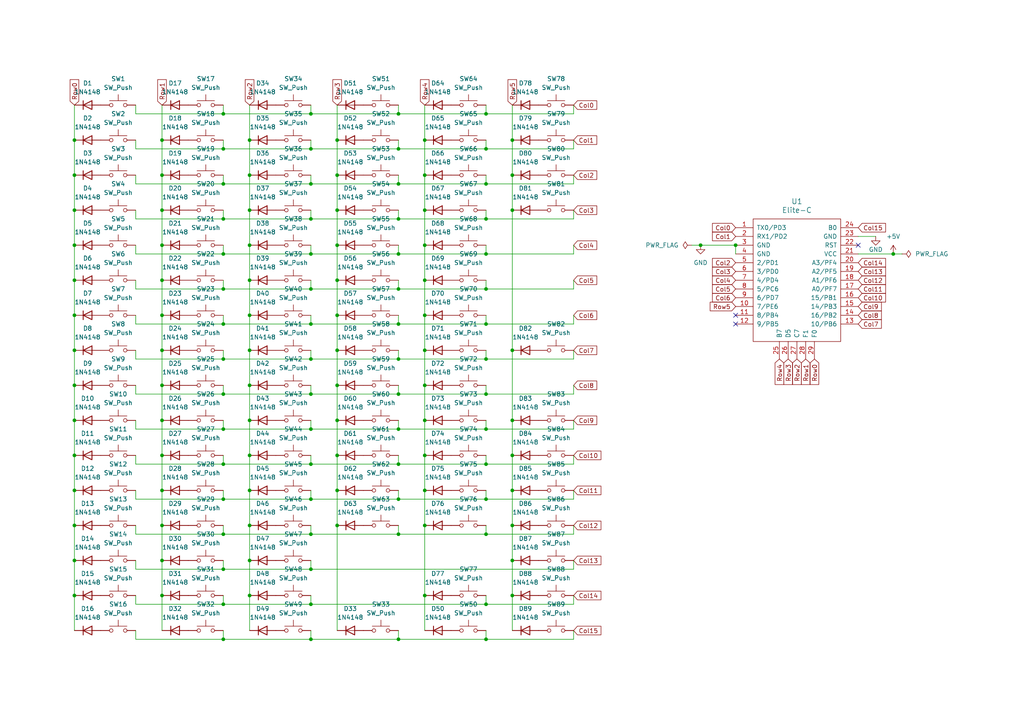
<source format=kicad_sch>
(kicad_sch (version 20231120) (generator "eeschema") (generator_version "8.0")
  (paper "A4")
  (title_block (title "Post-Mechanical Redux") (date "2024-07-10") (rev "1.0") (company "Quixotic Keyboards, LLC"))
  (lib_symbols
    (symbol "Diode:1N4148" (pin_numbers hide) (pin_names hide)
      (property "Reference" "D" (at 0 2.54 0))
      (property "Value" "1N4148" (at 0 -2.54 0))
      (symbol "1N4148_1_1"
        (pin passive line (at -3.81 0 0) (length 2.54) (name "K") (number "1"))
        (pin passive line (at 3.81 0 180) (length 2.54) (name "A") (number "2"))
      )
    )
    (symbol "Keebio_MCU:Elite-C" (pin_names (offset 1.016))
      (property "Reference" "U" (at 0 0 0))
      (property "Value" "Elite-C" (at 0 2.54 0))
      (symbol "Elite-C_1_1"
        (pin input line (at -17.78 13.97 0) (length 5.08) (name "TX0/PD3") (number "1"))
        (pin input line (at -17.78 -8.89 0) (length 5.08) (name "7/PE6") (number "10"))
        (pin input line (at -17.78 -11.43 0) (length 5.08) (name "8/PB4") (number "11"))
        (pin input line (at -17.78 -13.97 0) (length 5.08) (name "9/PB5") (number "12"))
        (pin input line (at 17.78 -13.97 180) (length 5.08) (name "10/PB6") (number "13"))
        (pin input line (at 17.78 -11.43 180) (length 5.08) (name "16/PB2") (number "14"))
        (pin input line (at 17.78 -8.89 180) (length 5.08) (name "14/PB3") (number "15"))
        (pin input line (at 17.78 -6.35 180) (length 5.08) (name "15/PB1") (number "16"))
        (pin input line (at 17.78 -3.81 180) (length 5.08) (name "A0/PF7") (number "17"))
        (pin input line (at 17.78 -1.27 180) (length 5.08) (name "A1/PF6") (number "18"))
        (pin input line (at 17.78 1.27 180) (length 5.08) (name "A2/PF5") (number "19"))
        (pin input line (at -17.78 11.43 0) (length 5.08) (name "RX1/PD2") (number "2"))
        (pin input line (at 17.78 3.81 180) (length 5.08) (name "A3/PF4") (number "20"))
        (pin input line (at 17.78 6.35 180) (length 5.08) (name "VCC") (number "21"))
        (pin input line (at 17.78 8.89 180) (length 5.08) (name "RST") (number "22"))
        (pin input line (at 17.78 11.43 180) (length 5.08) (name "GND") (number "23"))
        (pin input line (at 17.78 13.97 180) (length 5.08) (name "B0") (number "24"))
        (pin input line (at -5.08 -24.13 90) (length 5.08) (name "B7") (number "25"))
        (pin input line (at -2.54 -24.13 90) (length 5.08) (name "D5") (number "26"))
        (pin input line (at 0 -24.13 90) (length 5.08) (name "C7") (number "27"))
        (pin input line (at 2.54 -24.13 90) (length 5.08) (name "F1") (number "28"))
        (pin input line (at 5.08 -24.13 90) (length 5.08) (name "F0") (number "29"))
        (pin input line (at -17.78 8.89 0) (length 5.08) (name "GND") (number "3"))
        (pin input line (at -17.78 6.35 0) (length 5.08) (name "GND") (number "4"))
        (pin input line (at -17.78 3.81 0) (length 5.08) (name "2/PD1") (number "5"))
        (pin input line (at -17.78 1.27 0) (length 5.08) (name "3/PD0") (number "6"))
        (pin input line (at -17.78 -1.27 0) (length 5.08) (name "4/PD4") (number "7"))
        (pin input line (at -17.78 -3.81 0) (length 5.08) (name "5/PC6") (number "8"))
        (pin input line (at -17.78 -6.35 0) (length 5.08) (name "6/PD7") (number "9"))
      )
    )
    (symbol "Switch:SW_Push" (pin_numbers hide) (pin_names (offset 1.016) hide)
      (property "Reference" "SW" (at 1.27 2.54 0))
      (property "Value" "SW_Push" (at 0 -1.524 0))
      (symbol "SW_Push_0_1"
        (pin passive line (at -5.08 0 0) (length 2.54) (name "1") (number "1"))
        (pin passive line (at 5.08 0 180) (length 2.54) (name "2") (number "2"))
      )
    )
    (symbol "power:+5V" (power) (pin_numbers hide) (pin_names (offset 0) hide)
      (property "Value" "+5V" (at 0 3.556 0))
      (symbol "+5V_1_1"
        (pin power_in line (at 0 0 90) (length 0) (name "~") (number "1"))
      )
    )
    (symbol "power:GND" (power) (pin_numbers hide) (pin_names (offset 0) hide)
      (property "Value" "GND" (at 0 -3.81 0))
      (symbol "GND_1_1"
        (pin power_in line (at 0 0 270) (length 0) (name "~") (number "1"))
      )
    )
    (symbol "power:PWR_FLAG" (power) (pin_numbers hide) (pin_names (offset 0) hide)
      (property "Value" "PWR_FLAG" (at 0 3.81 0))
      (symbol "PWR_FLAG_0_0"
        (pin power_out line (at 0 0 90) (length 0) (name "~") (number "1"))
      )
    )
  )
  (junction (at 259.08 73.66))
  (junction (at 148.59 162.56))
  (junction (at 140.97 185.42))
  (junction (at 148.59 60.96))
  (junction (at 140.97 83.82))
  (junction (at 115.57 154.94))
  (junction (at 64.77 124.46))
  (junction (at 64.77 134.62))
  (junction (at 90.17 104.14))
  (junction (at 90.17 93.98))
  (junction (at 115.57 53.34))
  (junction (at 148.59 101.6))
  (junction (at 72.39 101.6))
  (junction (at 140.97 63.5))
  (junction (at 64.77 175.26))
  (junction (at 90.17 124.46))
  (junction (at 46.99 152.4))
  (junction (at 148.59 40.64))
  (junction (at 46.99 101.6))
  (junction (at 90.17 185.42))
  (junction (at 64.77 93.98))
  (junction (at 46.99 132.08))
  (junction (at 148.59 132.08))
  (junction (at 21.59 121.92))
  (junction (at 21.59 162.56))
  (junction (at 123.19 111.76))
  (junction (at 115.57 144.78))
  (junction (at 203.2 71.12))
  (junction (at 148.59 152.4))
  (junction (at 90.17 53.34))
  (junction (at 46.99 142.24))
  (junction (at 64.77 53.34))
  (junction (at 97.79 152.4))
  (junction (at 64.77 185.42))
  (junction (at 115.57 83.82))
  (junction (at 21.59 142.24))
  (junction (at 21.59 91.44))
  (junction (at 115.57 33.02))
  (junction (at 115.57 114.3))
  (junction (at 123.19 81.28))
  (junction (at 46.99 50.8))
  (junction (at 115.57 185.42))
  (junction (at 90.17 114.3))
  (junction (at 97.79 101.6))
  (junction (at 90.17 154.94))
  (junction (at 46.99 91.44))
  (junction (at 46.99 121.92))
  (junction (at 140.97 154.94))
  (junction (at 72.39 172.72))
  (junction (at 46.99 81.28))
  (junction (at 123.19 132.08))
  (junction (at 123.19 152.4))
  (junction (at 21.59 50.8))
  (junction (at 90.17 33.02))
  (junction (at 64.77 104.14))
  (junction (at 115.57 124.46))
  (junction (at 90.17 175.26))
  (junction (at 46.99 40.64))
  (junction (at 72.39 152.4))
  (junction (at 64.77 165.1))
  (junction (at 140.97 114.3))
  (junction (at 90.17 134.62))
  (junction (at 140.97 43.18))
  (junction (at 46.99 60.96))
  (junction (at 140.97 73.66))
  (junction (at 21.59 81.28))
  (junction (at 21.59 101.6))
  (junction (at 90.17 43.18))
  (junction (at 123.19 142.24))
  (junction (at 72.39 142.24))
  (junction (at 46.99 172.72))
  (junction (at 64.77 83.82))
  (junction (at 72.39 132.08))
  (junction (at 123.19 91.44))
  (junction (at 21.59 152.4))
  (junction (at 21.59 60.96))
  (junction (at 97.79 111.76))
  (junction (at 46.99 162.56))
  (junction (at 64.77 154.94))
  (junction (at 97.79 60.96))
  (junction (at 123.19 40.64))
  (junction (at 213.36 71.12))
  (junction (at 140.97 144.78))
  (junction (at 115.57 93.98))
  (junction (at 123.19 60.96))
  (junction (at 148.59 142.24))
  (junction (at 115.57 63.5))
  (junction (at 97.79 142.24))
  (junction (at 115.57 43.18))
  (junction (at 140.97 93.98))
  (junction (at 21.59 132.08))
  (junction (at 21.59 172.72))
  (junction (at 90.17 63.5))
  (junction (at 72.39 91.44))
  (junction (at 97.79 91.44))
  (junction (at 46.99 111.76))
  (junction (at 140.97 175.26))
  (junction (at 115.57 134.62))
  (junction (at 64.77 114.3))
  (junction (at 72.39 162.56))
  (junction (at 72.39 71.12))
  (junction (at 21.59 111.76))
  (junction (at 97.79 50.8))
  (junction (at 97.79 71.12))
  (junction (at 90.17 83.82))
  (junction (at 115.57 104.14))
  (junction (at 140.97 134.62))
  (junction (at 97.79 40.64))
  (junction (at 140.97 53.34))
  (junction (at 72.39 40.64))
  (junction (at 46.99 71.12))
  (junction (at 64.77 33.02))
  (junction (at 123.19 121.92))
  (junction (at 140.97 33.02))
  (junction (at 90.17 73.66))
  (junction (at 64.77 144.78))
  (junction (at 72.39 81.28))
  (junction (at 64.77 73.66))
  (junction (at 90.17 165.1))
  (junction (at 64.77 43.18))
  (junction (at 123.19 50.8))
  (junction (at 72.39 121.92))
  (junction (at 148.59 121.92))
  (junction (at 148.59 50.8))
  (junction (at 64.77 63.5))
  (junction (at 21.59 71.12))
  (junction (at 97.79 121.92))
  (junction (at 72.39 50.8))
  (junction (at 21.59 40.64))
  (junction (at 123.19 172.72))
  (junction (at 72.39 60.96))
  (junction (at 123.19 71.12))
  (junction (at 115.57 73.66))
  (junction (at 97.79 132.08))
  (junction (at 148.59 172.72))
  (junction (at 140.97 104.14))
  (junction (at 72.39 111.76))
  (junction (at 90.17 144.78))
  (junction (at 97.79 81.28))
  (junction (at 123.19 101.6))
  (junction (at 140.97 124.46))
  (no_connect (at 248.92 71.12))
  (no_connect (at 213.36 93.98))
  (no_connect (at 213.36 91.44))
  (wire (pts (xy 148.59 101.6) (xy 148.59 121.92)))
  (wire (pts (xy 148.59 172.72) (xy 148.59 182.88)))
  (wire (pts (xy 21.59 81.28) (xy 21.59 91.44)))
  (wire (pts (xy 90.17 81.28) (xy 90.17 83.82)))
  (wire (pts (xy 90.17 83.82) (xy 115.57 83.82)))
  (wire (pts (xy 140.97 104.14) (xy 166.37 104.14)))
  (wire (pts (xy 46.99 50.8) (xy 46.99 60.96)))
  (wire (pts (xy 90.17 91.44) (xy 90.17 93.98)))
  (wire (pts (xy 123.19 60.96) (xy 123.19 71.12)))
  (wire (pts (xy 115.57 142.24) (xy 115.57 144.78)))
  (wire (pts (xy 64.77 73.66) (xy 90.17 73.66)))
  (wire (pts (xy 90.17 73.66) (xy 115.57 73.66)))
  (wire (pts (xy 46.99 101.6) (xy 46.99 111.76)))
  (wire (pts (xy 97.79 142.24) (xy 97.79 152.4)))
  (wire (pts (xy 97.79 111.76) (xy 97.79 121.92)))
  (wire (pts (xy 21.59 142.24) (xy 21.59 152.4)))
  (wire (pts (xy 64.77 154.94) (xy 90.17 154.94)))
  (wire (pts (xy 90.17 165.1) (xy 166.37 165.1)))
  (wire (pts (xy 64.77 53.34) (xy 90.17 53.34)))
  (wire (pts (xy 166.37 111.76) (xy 166.37 114.3)))
  (wire (pts (xy 39.37 53.34) (xy 64.77 53.34)))
  (wire (pts (xy 140.97 43.18) (xy 166.37 43.18)))
  (wire (pts (xy 97.79 71.12) (xy 97.79 81.28)))
  (wire (pts (xy 39.37 114.3) (xy 64.77 114.3)))
  (wire (pts (xy 39.37 172.72) (xy 39.37 175.26)))
  (wire (pts (xy 140.97 71.12) (xy 140.97 73.66)))
  (wire (pts (xy 21.59 71.12) (xy 21.59 81.28)))
  (wire (pts (xy 64.77 172.72) (xy 64.77 175.26)))
  (wire (pts (xy 39.37 134.62) (xy 64.77 134.62)))
  (wire (pts (xy 140.97 81.28) (xy 140.97 83.82)))
  (wire (pts (xy 21.59 101.6) (xy 21.59 111.76)))
  (wire (pts (xy 39.37 81.28) (xy 39.37 83.82)))
  (wire (pts (xy 123.19 142.24) (xy 123.19 152.4)))
  (wire (pts (xy 64.77 81.28) (xy 64.77 83.82)))
  (wire (pts (xy 72.39 30.48) (xy 72.39 40.64)))
  (wire (pts (xy 140.97 60.96) (xy 140.97 63.5)))
  (wire (pts (xy 115.57 132.08) (xy 115.57 134.62)))
  (wire (pts (xy 39.37 182.88) (xy 39.37 185.42)))
  (wire (pts (xy 64.77 165.1) (xy 90.17 165.1)))
  (wire (pts (xy 72.39 172.72) (xy 72.39 182.88)))
  (wire (pts (xy 213.36 71.12) (xy 213.36 73.66)))
  (wire (pts (xy 115.57 134.62) (xy 140.97 134.62)))
  (wire (pts (xy 72.39 71.12) (xy 72.39 81.28)))
  (wire (pts (xy 90.17 124.46) (xy 115.57 124.46)))
  (wire (pts (xy 166.37 162.56) (xy 166.37 165.1)))
  (wire (pts (xy 39.37 152.4) (xy 39.37 154.94)))
  (wire (pts (xy 148.59 40.64) (xy 148.59 50.8)))
  (wire (pts (xy 148.59 162.56) (xy 148.59 172.72)))
  (wire (pts (xy 72.39 111.76) (xy 72.39 121.92)))
  (wire (pts (xy 166.37 142.24) (xy 166.37 144.78)))
  (wire (pts (xy 140.97 93.98) (xy 166.37 93.98)))
  (wire (pts (xy 39.37 154.94) (xy 64.77 154.94)))
  (wire (pts (xy 90.17 185.42) (xy 115.57 185.42)))
  (wire (pts (xy 115.57 111.76) (xy 115.57 114.3)))
  (wire (pts (xy 46.99 152.4) (xy 46.99 162.56)))
  (wire (pts (xy 64.77 121.92) (xy 64.77 124.46)))
  (wire (pts (xy 72.39 142.24) (xy 72.39 152.4)))
  (wire (pts (xy 21.59 30.48) (xy 21.59 40.64)))
  (wire (pts (xy 21.59 60.96) (xy 21.59 71.12)))
  (wire (pts (xy 90.17 50.8) (xy 90.17 53.34)))
  (wire (pts (xy 39.37 40.64) (xy 39.37 43.18)))
  (wire (pts (xy 90.17 53.34) (xy 115.57 53.34)))
  (wire (pts (xy 90.17 101.6) (xy 90.17 104.14)))
  (wire (pts (xy 64.77 63.5) (xy 90.17 63.5)))
  (wire (pts (xy 166.37 101.6) (xy 166.37 104.14)))
  (wire (pts (xy 39.37 185.42) (xy 64.77 185.42)))
  (wire (pts (xy 46.99 162.56) (xy 46.99 172.72)))
  (wire (pts (xy 64.77 93.98) (xy 90.17 93.98)))
  (wire (pts (xy 90.17 104.14) (xy 115.57 104.14)))
  (wire (pts (xy 90.17 172.72) (xy 90.17 175.26)))
  (wire (pts (xy 123.19 40.64) (xy 123.19 50.8)))
  (wire (pts (xy 46.99 60.96) (xy 46.99 71.12)))
  (wire (pts (xy 166.37 30.48) (xy 166.37 33.02)))
  (wire (pts (xy 90.17 121.92) (xy 90.17 124.46)))
  (wire (pts (xy 64.77 40.64) (xy 64.77 43.18)))
  (wire (pts (xy 115.57 33.02) (xy 140.97 33.02)))
  (wire (pts (xy 21.59 50.8) (xy 21.59 60.96)))
  (wire (pts (xy 64.77 104.14) (xy 90.17 104.14)))
  (wire (pts (xy 72.39 121.92) (xy 72.39 132.08)))
  (wire (pts (xy 140.97 53.34) (xy 166.37 53.34)))
  (wire (pts (xy 46.99 71.12) (xy 46.99 81.28)))
  (wire (pts (xy 39.37 93.98) (xy 64.77 93.98)))
  (wire (pts (xy 97.79 132.08) (xy 97.79 142.24)))
  (wire (pts (xy 72.39 40.64) (xy 72.39 50.8)))
  (wire (pts (xy 72.39 162.56) (xy 72.39 172.72)))
  (wire (pts (xy 39.37 111.76) (xy 39.37 114.3)))
  (wire (pts (xy 46.99 91.44) (xy 46.99 101.6)))
  (wire (pts (xy 148.59 60.96) (xy 148.59 101.6)))
  (wire (pts (xy 115.57 40.64) (xy 115.57 43.18)))
  (wire (pts (xy 140.97 121.92) (xy 140.97 124.46)))
  (wire (pts (xy 97.79 50.8) (xy 97.79 60.96)))
  (wire (pts (xy 115.57 91.44) (xy 115.57 93.98)))
  (wire (pts (xy 140.97 152.4) (xy 140.97 154.94)))
  (wire (pts (xy 46.99 111.76) (xy 46.99 121.92)))
  (wire (pts (xy 97.79 40.64) (xy 97.79 50.8)))
  (wire (pts (xy 140.97 63.5) (xy 166.37 63.5)))
  (wire (pts (xy 248.92 73.66) (xy 259.08 73.66)))
  (wire (pts (xy 39.37 124.46) (xy 64.77 124.46)))
  (wire (pts (xy 140.97 91.44) (xy 140.97 93.98)))
  (wire (pts (xy 64.77 83.82) (xy 90.17 83.82)))
  (wire (pts (xy 148.59 50.8) (xy 148.59 60.96)))
  (wire (pts (xy 115.57 152.4) (xy 115.57 154.94)))
  (wire (pts (xy 123.19 81.28) (xy 123.19 91.44)))
  (wire (pts (xy 200.66 71.12) (xy 203.2 71.12)))
  (wire (pts (xy 90.17 30.48) (xy 90.17 33.02)))
  (wire (pts (xy 140.97 175.26) (xy 166.37 175.26)))
  (wire (pts (xy 115.57 71.12) (xy 115.57 73.66)))
  (wire (pts (xy 90.17 71.12) (xy 90.17 73.66)))
  (wire (pts (xy 72.39 91.44) (xy 72.39 101.6)))
  (wire (pts (xy 115.57 81.28) (xy 115.57 83.82)))
  (wire (pts (xy 39.37 142.24) (xy 39.37 144.78)))
  (wire (pts (xy 64.77 132.08) (xy 64.77 134.62)))
  (wire (pts (xy 39.37 33.02) (xy 64.77 33.02)))
  (wire (pts (xy 166.37 71.12) (xy 166.37 73.66)))
  (wire (pts (xy 115.57 154.94) (xy 140.97 154.94)))
  (wire (pts (xy 115.57 124.46) (xy 140.97 124.46)))
  (wire (pts (xy 115.57 182.88) (xy 115.57 185.42)))
  (wire (pts (xy 90.17 43.18) (xy 115.57 43.18)))
  (wire (pts (xy 140.97 33.02) (xy 166.37 33.02)))
  (wire (pts (xy 39.37 83.82) (xy 64.77 83.82)))
  (wire (pts (xy 261.62 73.66) (xy 259.08 73.66)))
  (wire (pts (xy 123.19 30.48) (xy 123.19 40.64)))
  (wire (pts (xy 166.37 40.64) (xy 166.37 43.18)))
  (wire (pts (xy 140.97 154.94) (xy 166.37 154.94)))
  (wire (pts (xy 140.97 134.62) (xy 166.37 134.62)))
  (wire (pts (xy 21.59 40.64) (xy 21.59 50.8)))
  (wire (pts (xy 46.99 81.28) (xy 46.99 91.44)))
  (wire (pts (xy 115.57 60.96) (xy 115.57 63.5)))
  (wire (pts (xy 140.97 182.88) (xy 140.97 185.42)))
  (wire (pts (xy 148.59 132.08) (xy 148.59 142.24)))
  (wire (pts (xy 21.59 162.56) (xy 21.59 172.72)))
  (wire (pts (xy 64.77 124.46) (xy 90.17 124.46)))
  (wire (pts (xy 64.77 144.78) (xy 90.17 144.78)))
  (wire (pts (xy 39.37 101.6) (xy 39.37 104.14)))
  (wire (pts (xy 123.19 152.4) (xy 123.19 172.72)))
  (wire (pts (xy 140.97 172.72) (xy 140.97 175.26)))
  (wire (pts (xy 64.77 71.12) (xy 64.77 73.66)))
  (wire (pts (xy 64.77 91.44) (xy 64.77 93.98)))
  (wire (pts (xy 90.17 142.24) (xy 90.17 144.78)))
  (wire (pts (xy 97.79 91.44) (xy 97.79 101.6)))
  (wire (pts (xy 166.37 50.8) (xy 166.37 53.34)))
  (wire (pts (xy 21.59 132.08) (xy 21.59 142.24)))
  (wire (pts (xy 21.59 121.92) (xy 21.59 132.08)))
  (wire (pts (xy 140.97 83.82) (xy 115.57 83.82)))
  (wire (pts (xy 97.79 101.6) (xy 97.79 111.76)))
  (wire (pts (xy 140.97 73.66) (xy 166.37 73.66)))
  (wire (pts (xy 64.77 162.56) (xy 64.77 165.1)))
  (wire (pts (xy 90.17 154.94) (xy 115.57 154.94)))
  (wire (pts (xy 72.39 81.28) (xy 72.39 91.44)))
  (wire (pts (xy 39.37 30.48) (xy 39.37 33.02)))
  (wire (pts (xy 64.77 33.02) (xy 90.17 33.02)))
  (wire (pts (xy 97.79 30.48) (xy 97.79 40.64)))
  (wire (pts (xy 97.79 152.4) (xy 97.79 182.88)))
  (wire (pts (xy 115.57 43.18) (xy 140.97 43.18)))
  (wire (pts (xy 46.99 30.48) (xy 46.99 40.64)))
  (wire (pts (xy 123.19 132.08) (xy 123.19 142.24)))
  (wire (pts (xy 140.97 30.48) (xy 140.97 33.02)))
  (wire (pts (xy 39.37 162.56) (xy 39.37 165.1)))
  (wire (pts (xy 46.99 142.24) (xy 46.99 152.4)))
  (wire (pts (xy 90.17 144.78) (xy 115.57 144.78)))
  (wire (pts (xy 123.19 50.8) (xy 123.19 60.96)))
  (wire (pts (xy 115.57 50.8) (xy 115.57 53.34)))
  (wire (pts (xy 90.17 132.08) (xy 90.17 134.62)))
  (wire (pts (xy 123.19 172.72) (xy 123.19 182.88)))
  (wire (pts (xy 46.99 132.08) (xy 46.99 142.24)))
  (wire (pts (xy 46.99 40.64) (xy 46.99 50.8)))
  (wire (pts (xy 140.97 142.24) (xy 140.97 144.78)))
  (wire (pts (xy 39.37 144.78) (xy 64.77 144.78)))
  (wire (pts (xy 166.37 81.28) (xy 166.37 83.82)))
  (wire (pts (xy 64.77 43.18) (xy 90.17 43.18)))
  (wire (pts (xy 115.57 185.42) (xy 140.97 185.42)))
  (wire (pts (xy 39.37 63.5) (xy 64.77 63.5)))
  (wire (pts (xy 123.19 121.92) (xy 123.19 132.08)))
  (wire (pts (xy 64.77 114.3) (xy 90.17 114.3)))
  (wire (pts (xy 123.19 111.76) (xy 123.19 121.92)))
  (wire (pts (xy 64.77 142.24) (xy 64.77 144.78)))
  (wire (pts (xy 90.17 182.88) (xy 90.17 185.42)))
  (wire (pts (xy 64.77 50.8) (xy 64.77 53.34)))
  (wire (pts (xy 64.77 175.26) (xy 90.17 175.26)))
  (wire (pts (xy 166.37 91.44) (xy 166.37 93.98)))
  (wire (pts (xy 115.57 73.66) (xy 140.97 73.66)))
  (wire (pts (xy 140.97 132.08) (xy 140.97 134.62)))
  (wire (pts (xy 90.17 33.02) (xy 115.57 33.02)))
  (wire (pts (xy 148.59 30.48) (xy 148.59 40.64)))
  (wire (pts (xy 90.17 162.56) (xy 90.17 165.1)))
  (wire (pts (xy 64.77 30.48) (xy 64.77 33.02)))
  (wire (pts (xy 90.17 63.5) (xy 115.57 63.5)))
  (wire (pts (xy 123.19 101.6) (xy 123.19 111.76)))
  (wire (pts (xy 140.97 185.42) (xy 166.37 185.42)))
  (wire (pts (xy 21.59 172.72) (xy 21.59 182.88)))
  (wire (pts (xy 115.57 101.6) (xy 115.57 104.14)))
  (wire (pts (xy 39.37 71.12) (xy 39.37 73.66)))
  (wire (pts (xy 39.37 73.66) (xy 64.77 73.66)))
  (wire (pts (xy 97.79 60.96) (xy 97.79 71.12)))
  (wire (pts (xy 64.77 134.62) (xy 90.17 134.62)))
  (wire (pts (xy 90.17 111.76) (xy 90.17 114.3)))
  (wire (pts (xy 39.37 91.44) (xy 39.37 93.98)))
  (wire (pts (xy 115.57 53.34) (xy 140.97 53.34)))
  (wire (pts (xy 46.99 121.92) (xy 46.99 132.08)))
  (wire (pts (xy 115.57 63.5) (xy 140.97 63.5)))
  (wire (pts (xy 90.17 60.96) (xy 90.17 63.5)))
  (wire (pts (xy 90.17 175.26) (xy 140.97 175.26)))
  (wire (pts (xy 39.37 121.92) (xy 39.37 124.46)))
  (wire (pts (xy 115.57 30.48) (xy 115.57 33.02)))
  (wire (pts (xy 115.57 144.78) (xy 140.97 144.78)))
  (wire (pts (xy 97.79 81.28) (xy 97.79 91.44)))
  (wire (pts (xy 64.77 152.4) (xy 64.77 154.94)))
  (wire (pts (xy 140.97 111.76) (xy 140.97 114.3)))
  (wire (pts (xy 248.92 68.58) (xy 254 68.58)))
  (wire (pts (xy 166.37 121.92) (xy 166.37 124.46)))
  (wire (pts (xy 148.59 142.24) (xy 148.59 152.4)))
  (wire (pts (xy 64.77 111.76) (xy 64.77 114.3)))
  (wire (pts (xy 140.97 40.64) (xy 140.97 43.18)))
  (wire (pts (xy 115.57 104.14) (xy 140.97 104.14)))
  (wire (pts (xy 140.97 83.82) (xy 166.37 83.82)))
  (wire (pts (xy 21.59 91.44) (xy 21.59 101.6)))
  (wire (pts (xy 72.39 132.08) (xy 72.39 142.24)))
  (wire (pts (xy 97.79 121.92) (xy 97.79 132.08)))
  (wire (pts (xy 64.77 60.96) (xy 64.77 63.5)))
  (wire (pts (xy 140.97 114.3) (xy 166.37 114.3)))
  (wire (pts (xy 140.97 124.46) (xy 166.37 124.46)))
  (wire (pts (xy 166.37 132.08) (xy 166.37 134.62)))
  (wire (pts (xy 90.17 134.62) (xy 115.57 134.62)))
  (wire (pts (xy 123.19 71.12) (xy 123.19 81.28)))
  (wire (pts (xy 64.77 182.88) (xy 64.77 185.42)))
  (wire (pts (xy 72.39 101.6) (xy 72.39 111.76)))
  (wire (pts (xy 115.57 93.98) (xy 140.97 93.98)))
  (wire (pts (xy 166.37 60.96) (xy 166.37 63.5)))
  (wire (pts (xy 166.37 152.4) (xy 166.37 154.94)))
  (wire (pts (xy 148.59 152.4) (xy 148.59 162.56)))
  (wire (pts (xy 90.17 114.3) (xy 115.57 114.3)))
  (wire (pts (xy 39.37 165.1) (xy 64.77 165.1)))
  (wire (pts (xy 148.59 121.92) (xy 148.59 132.08)))
  (wire (pts (xy 72.39 152.4) (xy 72.39 162.56)))
  (wire (pts (xy 123.19 91.44) (xy 123.19 101.6)))
  (wire (pts (xy 39.37 104.14) (xy 64.77 104.14)))
  (wire (pts (xy 90.17 40.64) (xy 90.17 43.18)))
  (wire (pts (xy 39.37 132.08) (xy 39.37 134.62)))
  (wire (pts (xy 64.77 185.42) (xy 90.17 185.42)))
  (wire (pts (xy 90.17 93.98) (xy 115.57 93.98)))
  (wire (pts (xy 21.59 111.76) (xy 21.59 121.92)))
  (wire (pts (xy 115.57 121.92) (xy 115.57 124.46)))
  (wire (pts (xy 64.77 101.6) (xy 64.77 104.14)))
  (wire (pts (xy 39.37 43.18) (xy 64.77 43.18)))
  (wire (pts (xy 72.39 50.8) (xy 72.39 60.96)))
  (wire (pts (xy 140.97 101.6) (xy 140.97 104.14)))
  (wire (pts (xy 166.37 172.72) (xy 166.37 175.26)))
  (wire (pts (xy 39.37 50.8) (xy 39.37 53.34)))
  (wire (pts (xy 46.99 172.72) (xy 46.99 182.88)))
  (wire (pts (xy 90.17 152.4) (xy 90.17 154.94)))
  (wire (pts (xy 39.37 60.96) (xy 39.37 63.5)))
  (wire (pts (xy 140.97 144.78) (xy 166.37 144.78)))
  (wire (pts (xy 39.37 175.26) (xy 64.77 175.26)))
  (wire (pts (xy 115.57 114.3) (xy 140.97 114.3)))
  (wire (pts (xy 140.97 50.8) (xy 140.97 53.34)))
  (wire (pts (xy 72.39 60.96) (xy 72.39 71.12)))
  (wire (pts (xy 21.59 152.4) (xy 21.59 162.56)))
  (wire (pts (xy 166.37 182.88) (xy 166.37 185.42)))
  (wire (pts (xy 203.2 71.12) (xy 213.36 71.12)))
  (global_label "Row0" (shape input) (at 21.59 30.48 90) (property "Intersheetrefs" "${INTERSHEET_REFS}" (effects (hide yes))))
  (global_label "Col3" (shape input) (at 213.36 78.74 180) (property "Intersheetrefs" "${INTERSHEET_REFS}" (effects (hide yes))))
  (global_label "Col7" (shape input) (at 166.37 101.6 0) (property "Intersheetrefs" "${INTERSHEET_REFS}" (effects (hide yes))))
  (global_label "Col12" (shape input) (at 248.92 81.28 0) (property "Intersheetrefs" "${INTERSHEET_REFS}" (effects (hide yes))))
  (global_label "Row4" (shape input) (at 123.19 30.48 90) (property "Intersheetrefs" "${INTERSHEET_REFS}" (effects (hide yes))))
  (global_label "Col12" (shape input) (at 166.37 152.4 0) (property "Intersheetrefs" "${INTERSHEET_REFS}" (effects (hide yes))))
  (global_label "Row3" (shape input) (at 97.79 30.48 90) (property "Intersheetrefs" "${INTERSHEET_REFS}" (effects (hide yes))))
  (global_label "Col14" (shape input) (at 248.92 76.2 0) (property "Intersheetrefs" "${INTERSHEET_REFS}" (effects (hide yes))))
  (global_label "Row5" (shape input) (at 148.59 30.48 90) (property "Intersheetrefs" "${INTERSHEET_REFS}" (effects (hide yes))))
  (global_label "Col4" (shape input) (at 166.37 71.12 0) (property "Intersheetrefs" "${INTERSHEET_REFS}" (effects (hide yes))))
  (global_label "Col9" (shape input) (at 166.37 121.92 0) (property "Intersheetrefs" "${INTERSHEET_REFS}" (effects (hide yes))))
  (global_label "Row2" (shape input) (at 231.14 104.14 270) (property "Intersheetrefs" "${INTERSHEET_REFS}" (effects (hide yes))))
  (global_label "Col4" (shape input) (at 213.36 81.28 180) (property "Intersheetrefs" "${INTERSHEET_REFS}" (effects (hide yes))))
  (global_label "Row4" (shape input) (at 226.06 104.14 270) (property "Intersheetrefs" "${INTERSHEET_REFS}" (effects (hide yes))))
  (global_label "Col3" (shape input) (at 166.37 60.96 0) (property "Intersheetrefs" "${INTERSHEET_REFS}" (effects (hide yes))))
  (global_label "Col1" (shape input) (at 166.37 40.64 0) (property "Intersheetrefs" "${INTERSHEET_REFS}" (effects (hide yes))))
  (global_label "Col15" (shape input) (at 248.92 66.04 0) (property "Intersheetrefs" "${INTERSHEET_REFS}" (effects (hide yes))))
  (global_label "Col14" (shape input) (at 166.37 172.72 0) (property "Intersheetrefs" "${INTERSHEET_REFS}" (effects (hide yes))))
  (global_label "Col2" (shape input) (at 213.36 76.2 180) (property "Intersheetrefs" "${INTERSHEET_REFS}" (effects (hide yes))))
  (global_label "Col10" (shape input) (at 166.37 132.08 0) (property "Intersheetrefs" "${INTERSHEET_REFS}" (effects (hide yes))))
  (global_label "Row0" (shape input) (at 236.22 104.14 270) (property "Intersheetrefs" "${INTERSHEET_REFS}" (effects (hide yes))))
  (global_label "Col5" (shape input) (at 213.36 83.82 180) (property "Intersheetrefs" "${INTERSHEET_REFS}" (effects (hide yes))))
  (global_label "Col0" (shape input) (at 166.37 30.48 0) (property "Intersheetrefs" "${INTERSHEET_REFS}" (effects (hide yes))))
  (global_label "Col0" (shape input) (at 213.36 66.04 180) (property "Intersheetrefs" "${INTERSHEET_REFS}" (effects (hide yes))))
  (global_label "Col1" (shape input) (at 213.36 68.58 180) (property "Intersheetrefs" "${INTERSHEET_REFS}" (effects (hide yes))))
  (global_label "Row1" (shape input) (at 46.99 30.48 90) (property "Intersheetrefs" "${INTERSHEET_REFS}" (effects (hide yes))))
  (global_label "Col5" (shape input) (at 166.37 81.28 0) (property "Intersheetrefs" "${INTERSHEET_REFS}" (effects (hide yes))))
  (global_label "Row2" (shape input) (at 72.39 30.48 90) (property "Intersheetrefs" "${INTERSHEET_REFS}" (effects (hide yes))))
  (global_label "Col8" (shape input) (at 248.92 91.44 0) (property "Intersheetrefs" "${INTERSHEET_REFS}" (effects (hide yes))))
  (global_label "Col11" (shape input) (at 248.92 83.82 0) (property "Intersheetrefs" "${INTERSHEET_REFS}" (effects (hide yes))))
  (global_label "Row1" (shape input) (at 233.68 104.14 270) (property "Intersheetrefs" "${INTERSHEET_REFS}" (effects (hide yes))))
  (global_label "Col10" (shape input) (at 248.92 86.36 0) (property "Intersheetrefs" "${INTERSHEET_REFS}" (effects (hide yes))))
  (global_label "Col9" (shape input) (at 248.92 88.9 0) (property "Intersheetrefs" "${INTERSHEET_REFS}" (effects (hide yes))))
  (global_label "Col11" (shape input) (at 166.37 142.24 0) (property "Intersheetrefs" "${INTERSHEET_REFS}" (effects (hide yes))))
  (global_label "Col13" (shape input) (at 248.92 78.74 0) (property "Intersheetrefs" "${INTERSHEET_REFS}" (effects (hide yes))))
  (global_label "Row3" (shape input) (at 228.6 104.14 270) (property "Intersheetrefs" "${INTERSHEET_REFS}" (effects (hide yes))))
  (global_label "Col8" (shape input) (at 166.37 111.76 0) (property "Intersheetrefs" "${INTERSHEET_REFS}" (effects (hide yes))))
  (global_label "Col15" (shape input) (at 166.37 182.88 0) (property "Intersheetrefs" "${INTERSHEET_REFS}" (effects (hide yes))))
  (global_label "Col6" (shape input) (at 166.37 91.44 0) (property "Intersheetrefs" "${INTERSHEET_REFS}" (effects (hide yes))))
  (global_label "Col6" (shape input) (at 213.36 86.36 180) (property "Intersheetrefs" "${INTERSHEET_REFS}" (effects (hide yes))))
  (global_label "Col7" (shape input) (at 248.92 93.98 0) (property "Intersheetrefs" "${INTERSHEET_REFS}" (effects (hide yes))))
  (global_label "Row5" (shape input) (at 213.36 88.9 180) (property "Intersheetrefs" "${INTERSHEET_REFS}" (effects (hide yes))))
  (global_label "Col13" (shape input) (at 166.37 162.56 0) (property "Intersheetrefs" "${INTERSHEET_REFS}" (effects (hide yes))))
  (global_label "Col2" (shape input) (at 166.37 50.8 0) (property "Intersheetrefs" "${INTERSHEET_REFS}" (effects (hide yes))))
  (symbol (lib_id "Diode:1N4148") (at 76.2 40.64 0) (unit 1)
    (property "Reference" "D35" (at 76.2 34.29 0))
    (property "Value" "1N4148" (at 76.2 36.83 0))
    (property "Footprint" "Diode_THT:D_DO-35_SOD27_P7.62mm_Horizontal" (effects (hide yes)))
    (property "Datasheet" "https://assets.nexperia.com/documents/data-sheet/1N4148_1N4448.pdf" (effects (hide yes)))
    (property "Description" "100V 0.15A standard switching diode, DO-35" (effects (hide yes)))
    (property "Sim.Device" "D" (effects (hide yes)))
    (property "Sim.Pins" "1=K 2=A" (effects (hide yes)))
  )
  (symbol (lib_id "Switch:SW_Push") (at 85.09 30.48 0) (unit 1)
    (property "Reference" "SW34" (at 85.09 22.86 0))
    (property "Value" "SW_Push" (at 85.09 25.4 0))
    (property "Footprint" "Dholydai_MX:SW_Cherry_MX_1.1666u_PCB" (effects (hide yes)))
    (property "Description" "Push button switch, generic, two pins" (effects (hide yes)))
  )
  (symbol (lib_id "Diode:1N4148") (at 50.8 30.48 0) (unit 1)
    (property "Reference" "D17" (at 50.8 24.13 0))
    (property "Value" "1N4148" (at 50.8 26.67 0))
    (property "Footprint" "Diode_THT:D_DO-35_SOD27_P7.62mm_Horizontal" (effects (hide yes)))
    (property "Datasheet" "https://assets.nexperia.com/documents/data-sheet/1N4148_1N4448.pdf" (effects (hide yes)))
    (property "Description" "100V 0.15A standard switching diode, DO-35" (effects (hide yes)))
    (property "Sim.Device" "D" (effects (hide yes)))
    (property "Sim.Pins" "1=K 2=A" (effects (hide yes)))
  )
  (symbol (lib_id "Switch:SW_Push") (at 59.69 111.76 0) (unit 1)
    (property "Reference" "SW25" (at 59.69 104.14 0))
    (property "Value" "SW_Push" (at 59.69 106.68 0))
    (property "Footprint" "Button_Switch_Keyboard:SW_Cherry_MX_1.00u_PCB" (effects (hide yes)))
    (property "Description" "Push button switch, generic, two pins" (effects (hide yes)))
  )
  (symbol (lib_id "Switch:SW_Push") (at 161.29 30.48 0) (unit 1)
    (property "Reference" "SW78" (at 161.29 22.86 0))
    (property "Value" "SW_Push" (at 161.29 25.4 0))
    (property "Footprint" "Button_Switch_Keyboard:SW_Cherry_MX_1.25u_PCB" (effects (hide yes)))
    (property "Description" "Push button switch, generic, two pins" (effects (hide yes)))
  )
  (symbol (lib_id "Diode:1N4148") (at 101.6 40.64 0) (unit 1)
    (property "Reference" "D52" (at 101.6 34.29 0))
    (property "Value" "1N4148" (at 101.6 36.83 0))
    (property "Footprint" "Diode_THT:D_DO-35_SOD27_P7.62mm_Horizontal" (effects (hide yes)))
    (property "Datasheet" "https://assets.nexperia.com/documents/data-sheet/1N4148_1N4448.pdf" (effects (hide yes)))
    (property "Description" "100V 0.15A standard switching diode, DO-35" (effects (hide yes)))
    (property "Sim.Device" "D" (effects (hide yes)))
    (property "Sim.Pins" "1=K 2=A" (effects (hide yes)))
  )
  (symbol (lib_id "Diode:1N4148") (at 101.6 50.8 0) (unit 1)
    (property "Reference" "D53" (at 101.6 44.45 0))
    (property "Value" "1N4148" (at 101.6 46.99 0))
    (property "Footprint" "Diode_THT:D_DO-35_SOD27_P7.62mm_Horizontal" (effects (hide yes)))
    (property "Datasheet" "https://assets.nexperia.com/documents/data-sheet/1N4148_1N4448.pdf" (effects (hide yes)))
    (property "Description" "100V 0.15A standard switching diode, DO-35" (effects (hide yes)))
    (property "Sim.Device" "D" (effects (hide yes)))
    (property "Sim.Pins" "1=K 2=A" (effects (hide yes)))
  )
  (symbol (lib_id "power:GND") (at 203.2 71.12 0) (unit 1)
    (property "Reference" "#PWR01" (effects (hide yes)))
    (property "Value" "GND" (at 203.2 76.2 0))
    (property "Description" "Power symbol creates a global label with name \"GND\" , ground" (effects (hide yes)))
  )
  (symbol (lib_id "Diode:1N4148") (at 127 182.88 0) (unit 1)
    (property "Reference" "D50" (at 127 176.53 0))
    (property "Value" "1N4148" (at 127 179.07 0))
    (property "Footprint" "Diode_THT:D_DO-35_SOD27_P7.62mm_Horizontal" (effects (hide yes)))
    (property "Datasheet" "https://assets.nexperia.com/documents/data-sheet/1N4148_1N4448.pdf" (effects (hide yes)))
    (property "Description" "100V 0.15A standard switching diode, DO-35" (effects (hide yes)))
    (property "Sim.Device" "D" (effects (hide yes)))
    (property "Sim.Pins" "1=K 2=A" (effects (hide yes)))
  )
  (symbol (lib_id "Diode:1N4148") (at 76.2 50.8 0) (unit 1)
    (property "Reference" "D36" (at 76.2 44.45 0))
    (property "Value" "1N4148" (at 76.2 46.99 0))
    (property "Footprint" "Diode_THT:D_DO-35_SOD27_P7.62mm_Horizontal" (effects (hide yes)))
    (property "Datasheet" "https://assets.nexperia.com/documents/data-sheet/1N4148_1N4448.pdf" (effects (hide yes)))
    (property "Description" "100V 0.15A standard switching diode, DO-35" (effects (hide yes)))
    (property "Sim.Device" "D" (effects (hide yes)))
    (property "Sim.Pins" "1=K 2=A" (effects (hide yes)))
  )
  (symbol (lib_id "Switch:SW_Push") (at 135.89 132.08 0) (unit 1)
    (property "Reference" "SW74" (at 135.89 124.46 0))
    (property "Value" "SW_Push" (at 135.89 127 0))
    (property "Footprint" "Button_Switch_Keyboard:SW_Cherry_MX_1.00u_PCB" (effects (hide yes)))
    (property "Description" "Push button switch, generic, two pins" (effects (hide yes)))
  )
  (symbol (lib_id "Switch:SW_Push") (at 85.09 101.6 0) (unit 1)
    (property "Reference" "SW41" (at 85.09 93.98 0))
    (property "Value" "SW_Push" (at 85.09 96.52 0))
    (property "Footprint" "Button_Switch_Keyboard:SW_Cherry_MX_1.00u_PCB" (effects (hide yes)))
    (property "Description" "Push button switch, generic, two pins" (effects (hide yes)))
  )
  (symbol (lib_id "Diode:1N4148") (at 152.4 40.64 0) (unit 1)
    (property "Reference" "D79" (at 152.4 34.29 0))
    (property "Value" "1N4148" (at 152.4 36.83 0))
    (property "Footprint" "Diode_THT:D_DO-35_SOD27_P7.62mm_Horizontal" (effects (hide yes)))
    (property "Datasheet" "https://assets.nexperia.com/documents/data-sheet/1N4148_1N4448.pdf" (effects (hide yes)))
    (property "Description" "100V 0.15A standard switching diode, DO-35" (effects (hide yes)))
    (property "Sim.Device" "D" (effects (hide yes)))
    (property "Sim.Pins" "1=K 2=A" (effects (hide yes)))
  )
  (symbol (lib_id "Switch:SW_Push") (at 34.29 152.4 0) (unit 1)
    (property "Reference" "SW13" (at 34.29 144.78 0))
    (property "Value" "SW_Push" (at 34.29 147.32 0))
    (property "Footprint" "Button_Switch_Keyboard:SW_Cherry_MX_1.00u_PCB" (effects (hide yes)))
    (property "Description" "Push button switch, generic, two pins" (effects (hide yes)))
  )
  (symbol (lib_id "Switch:SW_Push") (at 110.49 71.12 0) (unit 1)
    (property "Reference" "SW55" (at 110.49 63.5 0))
    (property "Value" "SW_Push" (at 110.49 66.04 0))
    (property "Footprint" "Button_Switch_Keyboard:SW_Cherry_MX_1.00u_PCB" (effects (hide yes)))
    (property "Description" "Push button switch, generic, two pins" (effects (hide yes)))
  )
  (symbol (lib_id "Switch:SW_Push") (at 110.49 101.6 0) (unit 1)
    (property "Reference" "SW58" (at 110.49 93.98 0))
    (property "Value" "SW_Push" (at 110.49 96.52 0))
    (property "Footprint" "Button_Switch_Keyboard:SW_Cherry_MX_1.00u_PCB" (effects (hide yes)))
    (property "Description" "Push button switch, generic, two pins" (effects (hide yes)))
  )
  (symbol (lib_id "Switch:SW_Push") (at 135.89 71.12 0) (unit 1)
    (property "Reference" "SW68" (at 135.89 63.5 0))
    (property "Value" "SW_Push" (at 135.89 66.04 0))
    (property "Footprint" "Button_Switch_Keyboard:SW_Cherry_MX_1.00u_PCB" (effects (hide yes)))
    (property "Description" "Push button switch, generic, two pins" (effects (hide yes)))
  )
  (symbol (lib_id "Diode:1N4148") (at 127 152.4 0) (unit 1)
    (property "Reference" "D76" (at 127 146.05 0))
    (property "Value" "1N4148" (at 127 148.59 0))
    (property "Footprint" "Diode_THT:D_DO-35_SOD27_P7.62mm_Horizontal" (effects (hide yes)))
    (property "Datasheet" "https://assets.nexperia.com/documents/data-sheet/1N4148_1N4448.pdf" (effects (hide yes)))
    (property "Description" "100V 0.15A standard switching diode, DO-35" (effects (hide yes)))
    (property "Sim.Device" "D" (effects (hide yes)))
    (property "Sim.Pins" "1=K 2=A" (effects (hide yes)))
  )
  (symbol (lib_id "Switch:SW_Push") (at 59.69 91.44 0) (unit 1)
    (property "Reference" "SW23" (at 59.69 83.82 0))
    (property "Value" "SW_Push" (at 59.69 86.36 0))
    (property "Footprint" "Button_Switch_Keyboard:SW_Cherry_MX_1.00u_PCB" (effects (hide yes)))
    (property "Description" "Push button switch, generic, two pins" (effects (hide yes)))
  )
  (symbol (lib_id "Switch:SW_Push") (at 34.29 50.8 0) (unit 1)
    (property "Reference" "SW3" (at 34.29 43.18 0))
    (property "Value" "SW_Push" (at 34.29 45.72 0))
    (property "Footprint" "Button_Switch_Keyboard:SW_Cherry_MX_1.00u_PCB" (effects (hide yes)))
    (property "Description" "Push button switch, generic, two pins" (effects (hide yes)))
  )
  (symbol (lib_id "Diode:1N4148") (at 127 142.24 0) (unit 1)
    (property "Reference" "D75" (at 127 135.89 0))
    (property "Value" "1N4148" (at 127 138.43 0))
    (property "Footprint" "Diode_THT:D_DO-35_SOD27_P7.62mm_Horizontal" (effects (hide yes)))
    (property "Datasheet" "https://assets.nexperia.com/documents/data-sheet/1N4148_1N4448.pdf" (effects (hide yes)))
    (property "Description" "100V 0.15A standard switching diode, DO-35" (effects (hide yes)))
    (property "Sim.Device" "D" (effects (hide yes)))
    (property "Sim.Pins" "1=K 2=A" (effects (hide yes)))
  )
  (symbol (lib_id "Diode:1N4148") (at 127 71.12 0) (unit 1)
    (property "Reference" "D68" (at 127 64.77 0))
    (property "Value" "1N4148" (at 127 67.31 0))
    (property "Footprint" "Diode_THT:D_DO-35_SOD27_P7.62mm_Horizontal" (effects (hide yes)))
    (property "Datasheet" "https://assets.nexperia.com/documents/data-sheet/1N4148_1N4448.pdf" (effects (hide yes)))
    (property "Description" "100V 0.15A standard switching diode, DO-35" (effects (hide yes)))
    (property "Sim.Device" "D" (effects (hide yes)))
    (property "Sim.Pins" "1=K 2=A" (effects (hide yes)))
  )
  (symbol (lib_id "Diode:1N4148") (at 25.4 40.64 0) (unit 1)
    (property "Reference" "D2" (at 25.4 34.29 0))
    (property "Value" "1N4148" (at 25.4 36.83 0))
    (property "Footprint" "Diode_THT:D_DO-35_SOD27_P7.62mm_Horizontal" (effects (hide yes)))
    (property "Datasheet" "https://assets.nexperia.com/documents/data-sheet/1N4148_1N4448.pdf" (effects (hide yes)))
    (property "Description" "100V 0.15A standard switching diode, DO-35" (effects (hide yes)))
    (property "Sim.Device" "D" (effects (hide yes)))
    (property "Sim.Pins" "1=K 2=A" (effects (hide yes)))
  )
  (symbol (lib_id "Switch:SW_Push") (at 161.29 162.56 0) (unit 1)
    (property "Reference" "SW87" (at 161.29 154.94 0))
    (property "Value" "SW_Push" (at 161.29 157.48 0))
    (property "Footprint" "Button_Switch_Keyboard:SW_Cherry_MX_1.00u_PCB" (effects (hide yes)))
    (property "Description" "Push button switch, generic, two pins" (effects (hide yes)))
  )
  (symbol (lib_id "Switch:SW_Push") (at 161.29 152.4 0) (unit 1)
    (property "Reference" "SW86" (at 161.29 144.78 0))
    (property "Value" "SW_Push" (at 161.29 147.32 0))
    (property "Footprint" "Button_Switch_Keyboard:SW_Cherry_MX_1.25u_PCB" (effects (hide yes)))
    (property "Description" "Push button switch, generic, two pins" (effects (hide yes)))
  )
  (symbol (lib_id "Switch:SW_Push") (at 59.69 71.12 0) (unit 1)
    (property "Reference" "SW21" (at 59.69 63.5 0))
    (property "Value" "SW_Push" (at 59.69 66.04 0))
    (property "Footprint" "Button_Switch_Keyboard:SW_Cherry_MX_1.00u_PCB" (effects (hide yes)))
    (property "Description" "Push button switch, generic, two pins" (effects (hide yes)))
  )
  (symbol (lib_id "Diode:1N4148") (at 127 60.96 0) (unit 1)
    (property "Reference" "D67" (at 127 54.61 0))
    (property "Value" "1N4148" (at 127 57.15 0))
    (property "Footprint" "Diode_THT:D_DO-35_SOD27_P7.62mm_Horizontal" (effects (hide yes)))
    (property "Datasheet" "https://assets.nexperia.com/documents/data-sheet/1N4148_1N4448.pdf" (effects (hide yes)))
    (property "Description" "100V 0.15A standard switching diode, DO-35" (effects (hide yes)))
    (property "Sim.Device" "D" (effects (hide yes)))
    (property "Sim.Pins" "1=K 2=A" (effects (hide yes)))
  )
  (symbol (lib_id "Switch:SW_Push") (at 85.09 60.96 0) (unit 1)
    (property "Reference" "SW37" (at 85.09 53.34 0))
    (property "Value" "SW_Push" (at 85.09 55.88 0))
    (property "Footprint" "Button_Switch_Keyboard:SW_Cherry_MX_1.00u_PCB" (effects (hide yes)))
    (property "Description" "Push button switch, generic, two pins" (effects (hide yes)))
  )
  (symbol (lib_id "Diode:1N4148") (at 152.4 101.6 0) (unit 1)
    (property "Reference" "D82" (at 152.4 95.25 0))
    (property "Value" "1N4148" (at 152.4 97.79 0))
    (property "Footprint" "Diode_THT:D_DO-35_SOD27_P7.62mm_Horizontal" (effects (hide yes)))
    (property "Datasheet" "https://assets.nexperia.com/documents/data-sheet/1N4148_1N4448.pdf" (effects (hide yes)))
    (property "Description" "100V 0.15A standard switching diode, DO-35" (effects (hide yes)))
    (property "Sim.Device" "D" (effects (hide yes)))
    (property "Sim.Pins" "1=K 2=A" (effects (hide yes)))
  )
  (symbol (lib_id "Switch:SW_Push") (at 59.69 60.96 0) (unit 1)
    (property "Reference" "SW20" (at 59.69 53.34 0))
    (property "Value" "SW_Push" (at 59.69 55.88 0))
    (property "Footprint" "Button_Switch_Keyboard:SW_Cherry_MX_1.00u_PCB" (effects (hide yes)))
    (property "Description" "Push button switch, generic, two pins" (effects (hide yes)))
  )
  (symbol (lib_id "Switch:SW_Push") (at 34.29 142.24 0) (unit 1)
    (property "Reference" "SW12" (at 34.29 134.62 0))
    (property "Value" "SW_Push" (at 34.29 137.16 0))
    (property "Footprint" "Button_Switch_Keyboard:SW_Cherry_MX_1.00u_PCB" (effects (hide yes)))
    (property "Description" "Push button switch, generic, two pins" (effects (hide yes)))
  )
  (symbol (lib_id "Switch:SW_Push") (at 34.29 172.72 0) (unit 1)
    (property "Reference" "SW15" (at 34.29 165.1 0))
    (property "Value" "SW_Push" (at 34.29 167.64 0))
    (property "Footprint" "Button_Switch_Keyboard:SW_Cherry_MX_1.00u_PCB" (effects (hide yes)))
    (property "Description" "Push button switch, generic, two pins" (effects (hide yes)))
  )
  (symbol (lib_id "Switch:SW_Push") (at 59.69 152.4 0) (unit 1)
    (property "Reference" "SW29" (at 59.69 144.78 0))
    (property "Value" "SW_Push" (at 59.69 147.32 0))
    (property "Footprint" "Button_Switch_Keyboard:SW_Cherry_MX_1.00u_PCB" (effects (hide yes)))
    (property "Description" "Push button switch, generic, two pins" (effects (hide yes)))
  )
  (symbol (lib_id "Diode:1N4148") (at 101.6 121.92 0) (unit 1)
    (property "Reference" "D60" (at 101.6 115.57 0))
    (property "Value" "1N4148" (at 101.6 118.11 0))
    (property "Footprint" "Diode_THT:D_DO-35_SOD27_P7.62mm_Horizontal" (effects (hide yes)))
    (property "Datasheet" "https://assets.nexperia.com/documents/data-sheet/1N4148_1N4448.pdf" (effects (hide yes)))
    (property "Description" "100V 0.15A standard switching diode, DO-35" (effects (hide yes)))
    (property "Sim.Device" "D" (effects (hide yes)))
    (property "Sim.Pins" "1=K 2=A" (effects (hide yes)))
  )
  (symbol (lib_id "Diode:1N4148") (at 50.8 162.56 0) (unit 1)
    (property "Reference" "D30" (at 50.8 156.21 0))
    (property "Value" "1N4148" (at 50.8 158.75 0))
    (property "Footprint" "Diode_THT:D_DO-35_SOD27_P7.62mm_Horizontal" (effects (hide yes)))
    (property "Datasheet" "https://assets.nexperia.com/documents/data-sheet/1N4148_1N4448.pdf" (effects (hide yes)))
    (property "Description" "100V 0.15A standard switching diode, DO-35" (effects (hide yes)))
    (property "Sim.Device" "D" (effects (hide yes)))
    (property "Sim.Pins" "1=K 2=A" (effects (hide yes)))
  )
  (symbol (lib_id "Diode:1N4148") (at 127 91.44 0) (unit 1)
    (property "Reference" "D70" (at 127 85.09 0))
    (property "Value" "1N4148" (at 127 87.63 0))
    (property "Footprint" "Diode_THT:D_DO-35_SOD27_P7.62mm_Horizontal" (effects (hide yes)))
    (property "Datasheet" "https://assets.nexperia.com/documents/data-sheet/1N4148_1N4448.pdf" (effects (hide yes)))
    (property "Description" "100V 0.15A standard switching diode, DO-35" (effects (hide yes)))
    (property "Sim.Device" "D" (effects (hide yes)))
    (property "Sim.Pins" "1=K 2=A" (effects (hide yes)))
  )
  (symbol (lib_id "Diode:1N4148") (at 127 111.76 0) (unit 1)
    (property "Reference" "D72" (at 127 105.41 0))
    (property "Value" "1N4148" (at 127 107.95 0))
    (property "Footprint" "Diode_THT:D_DO-35_SOD27_P7.62mm_Horizontal" (effects (hide yes)))
    (property "Datasheet" "https://assets.nexperia.com/documents/data-sheet/1N4148_1N4448.pdf" (effects (hide yes)))
    (property "Description" "100V 0.15A standard switching diode, DO-35" (effects (hide yes)))
    (property "Sim.Device" "D" (effects (hide yes)))
    (property "Sim.Pins" "1=K 2=A" (effects (hide yes)))
  )
  (symbol (lib_id "Switch:SW_Push") (at 59.69 50.8 0) (unit 1)
    (property "Reference" "SW19" (at 59.69 43.18 0))
    (property "Value" "SW_Push" (at 59.69 45.72 0))
    (property "Footprint" "Button_Switch_Keyboard:SW_Cherry_MX_1.00u_PCB" (effects (hide yes)))
    (property "Description" "Push button switch, generic, two pins" (effects (hide yes)))
  )
  (symbol (lib_id "Diode:1N4148") (at 50.8 182.88 0) (unit 1)
    (property "Reference" "D32" (at 50.8 176.53 0))
    (property "Value" "1N4148" (at 50.8 179.07 0))
    (property "Footprint" "Diode_THT:D_DO-35_SOD27_P7.62mm_Horizontal" (effects (hide yes)))
    (property "Datasheet" "https://assets.nexperia.com/documents/data-sheet/1N4148_1N4448.pdf" (effects (hide yes)))
    (property "Description" "100V 0.15A standard switching diode, DO-35" (effects (hide yes)))
    (property "Sim.Device" "D" (effects (hide yes)))
    (property "Sim.Pins" "1=K 2=A" (effects (hide yes)))
  )
  (symbol (lib_id "Switch:SW_Push") (at 110.49 30.48 0) (unit 1)
    (property "Reference" "SW51" (at 110.49 22.86 0))
    (property "Value" "SW_Push" (at 110.49 25.4 0))
    (property "Footprint" "Dholydai_MX:SW_Cherry_MX_1.8333u_PCB" (effects (hide yes)))
    (property "Description" "Push button switch, generic, two pins" (effects (hide yes)))
  )
  (symbol (lib_id "Switch:SW_Push") (at 34.29 132.08 0) (unit 1)
    (property "Reference" "SW11" (at 34.29 124.46 0))
    (property "Value" "SW_Push" (at 34.29 127 0))
    (property "Footprint" "Button_Switch_Keyboard:SW_Cherry_MX_1.00u_PCB" (effects (hide yes)))
    (property "Description" "Push button switch, generic, two pins" (effects (hide yes)))
  )
  (symbol (lib_id "Switch:SW_Push") (at 135.89 142.24 0) (unit 1)
    (property "Reference" "SW75" (at 135.89 134.62 0))
    (property "Value" "SW_Push" (at 135.89 137.16 0))
    (property "Footprint" "Button_Switch_Keyboard:SW_Cherry_MX_1.00u_PCB" (effects (hide yes)))
    (property "Description" "Push button switch, generic, two pins" (effects (hide yes)))
  )
  (symbol (lib_id "Diode:1N4148") (at 25.4 71.12 0) (unit 1)
    (property "Reference" "D5" (at 25.4 64.77 0))
    (property "Value" "1N4148" (at 25.4 67.31 0))
    (property "Footprint" "Diode_THT:D_DO-35_SOD27_P7.62mm_Horizontal" (effects (hide yes)))
    (property "Datasheet" "https://assets.nexperia.com/documents/data-sheet/1N4148_1N4448.pdf" (effects (hide yes)))
    (property "Description" "100V 0.15A standard switching diode, DO-35" (effects (hide yes)))
    (property "Sim.Device" "D" (effects (hide yes)))
    (property "Sim.Pins" "1=K 2=A" (effects (hide yes)))
  )
  (symbol (lib_id "Diode:1N4148") (at 101.6 71.12 0) (unit 1)
    (property "Reference" "D55" (at 101.6 64.77 0))
    (property "Value" "1N4148" (at 101.6 67.31 0))
    (property "Footprint" "Diode_THT:D_DO-35_SOD27_P7.62mm_Horizontal" (effects (hide yes)))
    (property "Datasheet" "https://assets.nexperia.com/documents/data-sheet/1N4148_1N4448.pdf" (effects (hide yes)))
    (property "Description" "100V 0.15A standard switching diode, DO-35" (effects (hide yes)))
    (property "Sim.Device" "D" (effects (hide yes)))
    (property "Sim.Pins" "1=K 2=A" (effects (hide yes)))
  )
  (symbol (lib_id "Switch:SW_Push") (at 85.09 152.4 0) (unit 1)
    (property "Reference" "SW46" (at 85.09 144.78 0))
    (property "Value" "SW_Push" (at 85.09 147.32 0))
    (property "Footprint" "Button_Switch_Keyboard:SW_Cherry_MX_1.00u_PCB" (effects (hide yes)))
    (property "Description" "Push button switch, generic, two pins" (effects (hide yes)))
  )
  (symbol (lib_id "Switch:SW_Push") (at 34.29 182.88 0) (unit 1)
    (property "Reference" "SW16" (at 34.29 175.26 0))
    (property "Value" "SW_Push" (at 34.29 177.8 0))
    (property "Footprint" "Button_Switch_Keyboard:SW_Cherry_MX_1.00u_PCB" (effects (hide yes)))
    (property "Description" "Push button switch, generic, two pins" (effects (hide yes)))
  )
  (symbol (lib_id "Diode:1N4148") (at 101.6 30.48 0) (unit 1)
    (property "Reference" "D51" (at 101.6 24.13 0))
    (property "Value" "1N4148" (at 101.6 26.67 0))
    (property "Footprint" "Diode_THT:D_DO-35_SOD27_P7.62mm_Horizontal" (effects (hide yes)))
    (property "Datasheet" "https://assets.nexperia.com/documents/data-sheet/1N4148_1N4448.pdf" (effects (hide yes)))
    (property "Description" "100V 0.15A standard switching diode, DO-35" (effects (hide yes)))
    (property "Sim.Device" "D" (effects (hide yes)))
    (property "Sim.Pins" "1=K 2=A" (effects (hide yes)))
  )
  (symbol (lib_id "Switch:SW_Push") (at 161.29 172.72 0) (unit 1)
    (property "Reference" "SW88" (at 161.29 165.1 0))
    (property "Value" "SW_Push" (at 161.29 167.64 0))
    (property "Footprint" "Button_Switch_Keyboard:SW_Cherry_MX_1.00u_PCB" (effects (hide yes)))
    (property "Description" "Push button switch, generic, two pins" (effects (hide yes)))
  )
  (symbol (lib_id "Diode:1N4148") (at 101.6 111.76 0) (unit 1)
    (property "Reference" "D59" (at 101.6 105.41 0))
    (property "Value" "1N4148" (at 101.6 107.95 0))
    (property "Footprint" "Diode_THT:D_DO-35_SOD27_P7.62mm_Horizontal" (effects (hide yes)))
    (property "Datasheet" "https://assets.nexperia.com/documents/data-sheet/1N4148_1N4448.pdf" (effects (hide yes)))
    (property "Description" "100V 0.15A standard switching diode, DO-35" (effects (hide yes)))
    (property "Sim.Device" "D" (effects (hide yes)))
    (property "Sim.Pins" "1=K 2=A" (effects (hide yes)))
  )
  (symbol (lib_id "Switch:SW_Push") (at 59.69 132.08 0) (unit 1)
    (property "Reference" "SW27" (at 59.69 124.46 0))
    (property "Value" "SW_Push" (at 59.69 127 0))
    (property "Footprint" "Button_Switch_Keyboard:SW_Cherry_MX_1.00u_PCB" (effects (hide yes)))
    (property "Description" "Push button switch, generic, two pins" (effects (hide yes)))
  )
  (symbol (lib_id "Switch:SW_Push") (at 34.29 91.44 0) (unit 1)
    (property "Reference" "SW7" (at 34.29 83.82 0))
    (property "Value" "SW_Push" (at 34.29 86.36 0))
    (property "Footprint" "Button_Switch_Keyboard:SW_Cherry_MX_1.00u_PCB" (effects (hide yes)))
    (property "Description" "Push button switch, generic, two pins" (effects (hide yes)))
  )
  (symbol (lib_id "Diode:1N4148") (at 50.8 50.8 0) (unit 1)
    (property "Reference" "D19" (at 50.8 44.45 0))
    (property "Value" "1N4148" (at 50.8 46.99 0))
    (property "Footprint" "Diode_THT:D_DO-35_SOD27_P7.62mm_Horizontal" (effects (hide yes)))
    (property "Datasheet" "https://assets.nexperia.com/documents/data-sheet/1N4148_1N4448.pdf" (effects (hide yes)))
    (property "Description" "100V 0.15A standard switching diode, DO-35" (effects (hide yes)))
    (property "Sim.Device" "D" (effects (hide yes)))
    (property "Sim.Pins" "1=K 2=A" (effects (hide yes)))
  )
  (symbol (lib_id "Switch:SW_Push") (at 110.49 40.64 0) (unit 1)
    (property "Reference" "SW52" (at 110.49 33.02 0))
    (property "Value" "SW_Push" (at 110.49 35.56 0))
    (property "Footprint" "Button_Switch_Keyboard:SW_Cherry_MX_1.00u_PCB" (effects (hide yes)))
    (property "Description" "Push button switch, generic, two pins" (effects (hide yes)))
  )
  (symbol (lib_id "Diode:1N4148") (at 76.2 121.92 0) (unit 1)
    (property "Reference" "D43" (at 76.2 115.57 0))
    (property "Value" "1N4148" (at 76.2 118.11 0))
    (property "Footprint" "Diode_THT:D_DO-35_SOD27_P7.62mm_Horizontal" (effects (hide yes)))
    (property "Datasheet" "https://assets.nexperia.com/documents/data-sheet/1N4148_1N4448.pdf" (effects (hide yes)))
    (property "Description" "100V 0.15A standard switching diode, DO-35" (effects (hide yes)))
    (property "Sim.Device" "D" (effects (hide yes)))
    (property "Sim.Pins" "1=K 2=A" (effects (hide yes)))
  )
  (symbol (lib_id "power:PWR_FLAG") (at 261.62 73.66 270) (unit 1)
    (property "Reference" "#FLG02" (effects (hide yes)))
    (property "Value" "PWR_FLAG" (at 265.43 73.6599 90) (effects (justify left)))
    (property "Description" "Special symbol for telling ERC where power comes from" (effects (hide yes)))
  )
  (symbol (lib_id "Switch:SW_Push") (at 135.89 101.6 0) (unit 1)
    (property "Reference" "SW71" (at 135.89 93.98 0))
    (property "Value" "SW_Push" (at 135.89 96.52 0))
    (property "Footprint" "Button_Switch_Keyboard:SW_Cherry_MX_1.00u_PCB" (effects (hide yes)))
    (property "Description" "Push button switch, generic, two pins" (effects (hide yes)))
  )
  (symbol (lib_id "Diode:1N4148") (at 50.8 101.6 0) (unit 1)
    (property "Reference" "D24" (at 50.8 95.25 0))
    (property "Value" "1N4148" (at 50.8 97.79 0))
    (property "Footprint" "Diode_THT:D_DO-35_SOD27_P7.62mm_Horizontal" (effects (hide yes)))
    (property "Datasheet" "https://assets.nexperia.com/documents/data-sheet/1N4148_1N4448.pdf" (effects (hide yes)))
    (property "Description" "100V 0.15A standard switching diode, DO-35" (effects (hide yes)))
    (property "Sim.Device" "D" (effects (hide yes)))
    (property "Sim.Pins" "1=K 2=A" (effects (hide yes)))
  )
  (symbol (lib_id "Diode:1N4148") (at 50.8 132.08 0) (unit 1)
    (property "Reference" "D27" (at 50.8 125.73 0))
    (property "Value" "1N4148" (at 50.8 128.27 0))
    (property "Footprint" "Diode_THT:D_DO-35_SOD27_P7.62mm_Horizontal" (effects (hide yes)))
    (property "Datasheet" "https://assets.nexperia.com/documents/data-sheet/1N4148_1N4448.pdf" (effects (hide yes)))
    (property "Description" "100V 0.15A standard switching diode, DO-35" (effects (hide yes)))
    (property "Sim.Device" "D" (effects (hide yes)))
    (property "Sim.Pins" "1=K 2=A" (effects (hide yes)))
  )
  (symbol (lib_id "Diode:1N4148") (at 152.4 162.56 0) (unit 1)
    (property "Reference" "D87" (at 152.4 156.21 0))
    (property "Value" "1N4148" (at 152.4 158.75 0))
    (property "Footprint" "Diode_THT:D_DO-35_SOD27_P7.62mm_Horizontal" (effects (hide yes)))
    (property "Datasheet" "https://assets.nexperia.com/documents/data-sheet/1N4148_1N4448.pdf" (effects (hide yes)))
    (property "Description" "100V 0.15A standard switching diode, DO-35" (effects (hide yes)))
    (property "Sim.Device" "D" (effects (hide yes)))
    (property "Sim.Pins" "1=K 2=A" (effects (hide yes)))
  )
  (symbol (lib_id "Switch:SW_Push") (at 135.89 50.8 0) (unit 1)
    (property "Reference" "SW66" (at 135.89 43.18 0))
    (property "Value" "SW_Push" (at 135.89 45.72 0))
    (property "Footprint" "Button_Switch_Keyboard:SW_Cherry_MX_1.00u_PCB" (effects (hide yes)))
    (property "Description" "Push button switch, generic, two pins" (effects (hide yes)))
  )
  (symbol (lib_id "Switch:SW_Push") (at 135.89 182.88 0) (unit 1)
    (property "Reference" "SW50" (at 135.89 175.26 0))
    (property "Value" "SW_Push" (at 135.89 177.8 0))
    (property "Footprint" "Button_Switch_Keyboard:SW_Cherry_MX_1.00u_PCB" (effects (hide yes)))
    (property "Description" "Push button switch, generic, two pins" (effects (hide yes)))
  )
  (symbol (lib_id "Switch:SW_Push") (at 59.69 162.56 0) (unit 1)
    (property "Reference" "SW30" (at 59.69 154.94 0))
    (property "Value" "SW_Push" (at 59.69 157.48 0))
    (property "Footprint" "Button_Switch_Keyboard:SW_Cherry_MX_1.50u_PCB" (effects (hide yes)))
    (property "Description" "Push button switch, generic, two pins" (effects (hide yes)))
  )
  (symbol (lib_id "Switch:SW_Push") (at 161.29 40.64 0) (unit 1)
    (property "Reference" "SW79" (at 161.29 33.02 0))
    (property "Value" "SW_Push" (at 161.29 35.56 0))
    (property "Footprint" "Button_Switch_Keyboard:SW_Cherry_MX_1.00u_PCB" (effects (hide yes)))
    (property "Description" "Push button switch, generic, two pins" (effects (hide yes)))
  )
  (symbol (lib_id "power:PWR_FLAG") (at 200.66 71.12 90) (unit 1)
    (property "Reference" "#FLG01" (effects (hide yes)))
    (property "Value" "PWR_FLAG" (at 196.85 71.1199 90) (effects (justify left)))
    (property "Description" "Special symbol for telling ERC where power comes from" (effects (hide yes)))
  )
  (symbol (lib_id "Switch:SW_Push") (at 161.29 142.24 0) (unit 1)
    (property "Reference" "SW85" (at 161.29 134.62 0))
    (property "Value" "SW_Push" (at 161.29 137.16 0))
    (property "Footprint" "Button_Switch_Keyboard:SW_Cherry_MX_1.00u_PCB" (effects (hide yes)))
    (property "Description" "Push button switch, generic, two pins" (effects (hide yes)))
  )
  (symbol (lib_id "Switch:SW_Push") (at 85.09 182.88 0) (unit 1)
    (property "Reference" "SW49" (at 85.09 175.26 0))
    (property "Value" "SW_Push" (at 85.09 177.8 0))
    (property "Footprint" "Button_Switch_Keyboard:SW_Cherry_MX_1.00u_PCB" (effects (hide yes)))
    (property "Description" "Push button switch, generic, two pins" (effects (hide yes)))
  )
  (symbol (lib_id "Diode:1N4148") (at 50.8 91.44 0) (unit 1)
    (property "Reference" "D23" (at 50.8 85.09 0))
    (property "Value" "1N4148" (at 50.8 87.63 0))
    (property "Footprint" "Diode_THT:D_DO-35_SOD27_P7.62mm_Horizontal" (effects (hide yes)))
    (property "Datasheet" "https://assets.nexperia.com/documents/data-sheet/1N4148_1N4448.pdf" (effects (hide yes)))
    (property "Description" "100V 0.15A standard switching diode, DO-35" (effects (hide yes)))
    (property "Sim.Device" "D" (effects (hide yes)))
    (property "Sim.Pins" "1=K 2=A" (effects (hide yes)))
  )
  (symbol (lib_id "Switch:SW_Push") (at 161.29 121.92 0) (unit 1)
    (property "Reference" "SW83" (at 161.29 114.3 0))
    (property "Value" "SW_Push" (at 161.29 116.84 0))
    (property "Footprint" "Button_Switch_Keyboard:SW_Cherry_MX_1.25u_PCB" (effects (hide yes)))
    (property "Description" "Push button switch, generic, two pins" (effects (hide yes)))
  )
  (symbol (lib_id "Diode:1N4148") (at 152.4 60.96 0) (unit 1)
    (property "Reference" "D81" (at 152.4 54.61 0))
    (property "Value" "1N4148" (at 152.4 57.15 0))
    (property "Footprint" "Diode_THT:D_DO-35_SOD27_P7.62mm_Horizontal" (effects (hide yes)))
    (property "Datasheet" "https://assets.nexperia.com/documents/data-sheet/1N4148_1N4448.pdf" (effects (hide yes)))
    (property "Description" "100V 0.15A standard switching diode, DO-35" (effects (hide yes)))
    (property "Sim.Device" "D" (effects (hide yes)))
    (property "Sim.Pins" "1=K 2=A" (effects (hide yes)))
  )
  (symbol (lib_id "Diode:1N4148") (at 101.6 132.08 0) (unit 1)
    (property "Reference" "D61" (at 101.6 125.73 0))
    (property "Value" "1N4148" (at 101.6 128.27 0))
    (property "Footprint" "Diode_THT:D_DO-35_SOD27_P7.62mm_Horizontal" (effects (hide yes)))
    (property "Datasheet" "https://assets.nexperia.com/documents/data-sheet/1N4148_1N4448.pdf" (effects (hide yes)))
    (property "Description" "100V 0.15A standard switching diode, DO-35" (effects (hide yes)))
    (property "Sim.Device" "D" (effects (hide yes)))
    (property "Sim.Pins" "1=K 2=A" (effects (hide yes)))
  )
  (symbol (lib_id "Diode:1N4148") (at 152.4 172.72 0) (unit 1)
    (property "Reference" "D88" (at 152.4 166.37 0))
    (property "Value" "1N4148" (at 152.4 168.91 0))
    (property "Footprint" "Diode_THT:D_DO-35_SOD27_P7.62mm_Horizontal" (effects (hide yes)))
    (property "Datasheet" "https://assets.nexperia.com/documents/data-sheet/1N4148_1N4448.pdf" (effects (hide yes)))
    (property "Description" "100V 0.15A standard switching diode, DO-35" (effects (hide yes)))
    (property "Sim.Device" "D" (effects (hide yes)))
    (property "Sim.Pins" "1=K 2=A" (effects (hide yes)))
  )
  (symbol (lib_id "Diode:1N4148") (at 76.2 101.6 0) (unit 1)
    (property "Reference" "D41" (at 76.2 95.25 0))
    (property "Value" "1N4148" (at 76.2 97.79 0))
    (property "Footprint" "Diode_THT:D_DO-35_SOD27_P7.62mm_Horizontal" (effects (hide yes)))
    (property "Datasheet" "https://assets.nexperia.com/documents/data-sheet/1N4148_1N4448.pdf" (effects (hide yes)))
    (property "Description" "100V 0.15A standard switching diode, DO-35" (effects (hide yes)))
    (property "Sim.Device" "D" (effects (hide yes)))
    (property "Sim.Pins" "1=K 2=A" (effects (hide yes)))
  )
  (symbol (lib_id "Switch:SW_Push") (at 59.69 40.64 0) (unit 1)
    (property "Reference" "SW18" (at 59.69 33.02 0))
    (property "Value" "SW_Push" (at 59.69 35.56 0))
    (property "Footprint" "Button_Switch_Keyboard:SW_Cherry_MX_1.00u_PCB" (effects (hide yes)))
    (property "Description" "Push button switch, generic, two pins" (effects (hide yes)))
  )
  (symbol (lib_id "Switch:SW_Push") (at 135.89 172.72 0) (unit 1)
    (property "Reference" "SW77" (at 135.89 165.1 0))
    (property "Value" "SW_Push" (at 135.89 167.64 0))
    (property "Footprint" "Button_Switch_Keyboard:SW_Cherry_MX_1.00u_PCB" (effects (hide yes)))
    (property "Description" "Push button switch, generic, two pins" (effects (hide yes)))
  )
  (symbol (lib_id "Switch:SW_Push") (at 161.29 60.96 0) (unit 1)
    (property "Reference" "SW81" (at 161.29 53.34 0))
    (property "Value" "SW_Push" (at 161.29 55.88 0))
    (property "Footprint" "Button_Switch_Keyboard:SW_Cherry_MX_1.25u_PCB" (effects (hide yes)))
    (property "Description" "Push button switch, generic, two pins" (effects (hide yes)))
  )
  (symbol (lib_id "Diode:1N4148") (at 50.8 142.24 0) (unit 1)
    (property "Reference" "D28" (at 50.8 135.89 0))
    (property "Value" "1N4148" (at 50.8 138.43 0))
    (property "Footprint" "Diode_THT:D_DO-35_SOD27_P7.62mm_Horizontal" (effects (hide yes)))
    (property "Datasheet" "https://assets.nexperia.com/documents/data-sheet/1N4148_1N4448.pdf" (effects (hide yes)))
    (property "Description" "100V 0.15A standard switching diode, DO-35" (effects (hide yes)))
    (property "Sim.Device" "D" (effects (hide yes)))
    (property "Sim.Pins" "1=K 2=A" (effects (hide yes)))
  )
  (symbol (lib_id "Diode:1N4148") (at 76.2 132.08 0) (unit 1)
    (property "Reference" "D44" (at 76.2 125.73 0))
    (property "Value" "1N4148" (at 76.2 128.27 0))
    (property "Footprint" "Diode_THT:D_DO-35_SOD27_P7.62mm_Horizontal" (effects (hide yes)))
    (property "Datasheet" "https://assets.nexperia.com/documents/data-sheet/1N4148_1N4448.pdf" (effects (hide yes)))
    (property "Description" "100V 0.15A standard switching diode, DO-35" (effects (hide yes)))
    (property "Sim.Device" "D" (effects (hide yes)))
    (property "Sim.Pins" "1=K 2=A" (effects (hide yes)))
  )
  (symbol (lib_id "Switch:SW_Push") (at 59.69 30.48 0) (unit 1)
    (property "Reference" "SW17" (at 59.69 22.86 0))
    (property "Value" "SW_Push" (at 59.69 25.4 0))
    (property "Footprint" "Button_Switch_Keyboard:SW_Cherry_MX_1.50u_PCB" (effects (hide yes)))
    (property "Description" "Push button switch, generic, two pins" (effects (hide yes)))
  )
  (symbol (lib_id "Switch:SW_Push") (at 34.29 71.12 0) (unit 1)
    (property "Reference" "SW5" (at 34.29 63.5 0))
    (property "Value" "SW_Push" (at 34.29 66.04 0))
    (property "Footprint" "Button_Switch_Keyboard:SW_Cherry_MX_1.00u_PCB" (effects (hide yes)))
    (property "Description" "Push button switch, generic, two pins" (effects (hide yes)))
  )
  (symbol (lib_id "Switch:SW_Push") (at 85.09 172.72 0) (unit 1)
    (property "Reference" "SW48" (at 85.09 165.1 0))
    (property "Value" "SW_Push" (at 85.09 167.64 0))
    (property "Footprint" "Button_Switch_Keyboard:SW_Cherry_MX_1.00u_PCB" (effects (hide yes)))
    (property "Description" "Push button switch, generic, two pins" (effects (hide yes)))
  )
  (symbol (lib_id "Diode:1N4148") (at 152.4 182.88 0) (unit 1)
    (property "Reference" "D89" (at 152.4 176.53 0))
    (property "Value" "1N4148" (at 152.4 179.07 0))
    (property "Footprint" "Diode_THT:D_DO-35_SOD27_P7.62mm_Horizontal" (effects (hide yes)))
    (property "Datasheet" "https://assets.nexperia.com/documents/data-sheet/1N4148_1N4448.pdf" (effects (hide yes)))
    (property "Description" "100V 0.15A standard switching diode, DO-35" (effects (hide yes)))
    (property "Sim.Device" "D" (effects (hide yes)))
    (property "Sim.Pins" "1=K 2=A" (effects (hide yes)))
  )
  (symbol (lib_id "Diode:1N4148") (at 76.2 172.72 0) (unit 1)
    (property "Reference" "D48" (at 76.2 166.37 0))
    (property "Value" "1N4148" (at 76.2 168.91 0))
    (property "Footprint" "Diode_THT:D_DO-35_SOD27_P7.62mm_Horizontal" (effects (hide yes)))
    (property "Datasheet" "https://assets.nexperia.com/documents/data-sheet/1N4148_1N4448.pdf" (effects (hide yes)))
    (property "Description" "100V 0.15A standard switching diode, DO-35" (effects (hide yes)))
    (property "Sim.Device" "D" (effects (hide yes)))
    (property "Sim.Pins" "1=K 2=A" (effects (hide yes)))
  )
  (symbol (lib_id "Diode:1N4148") (at 25.4 30.48 0) (unit 1)
    (property "Reference" "D1" (at 25.4 24.13 0))
    (property "Value" "1N4148" (at 25.4 26.67 0))
    (property "Footprint" "Diode_THT:D_DO-35_SOD27_P7.62mm_Horizontal" (effects (hide yes)))
    (property "Datasheet" "https://assets.nexperia.com/documents/data-sheet/1N4148_1N4448.pdf" (effects (hide yes)))
    (property "Description" "100V 0.15A standard switching diode, DO-35" (effects (hide yes)))
    (property "Sim.Device" "D" (effects (hide yes)))
    (property "Sim.Pins" "1=K 2=A" (effects (hide yes)))
  )
  (symbol (lib_id "Diode:1N4148") (at 50.8 71.12 0) (unit 1)
    (property "Reference" "D21" (at 50.8 64.77 0))
    (property "Value" "1N4148" (at 50.8 67.31 0))
    (property "Footprint" "Diode_THT:D_DO-35_SOD27_P7.62mm_Horizontal" (effects (hide yes)))
    (property "Datasheet" "https://assets.nexperia.com/documents/data-sheet/1N4148_1N4448.pdf" (effects (hide yes)))
    (property "Description" "100V 0.15A standard switching diode, DO-35" (effects (hide yes)))
    (property "Sim.Device" "D" (effects (hide yes)))
    (property "Sim.Pins" "1=K 2=A" (effects (hide yes)))
  )
  (symbol (lib_id "Switch:SW_Push") (at 110.49 111.76 0) (unit 1)
    (property "Reference" "SW59" (at 110.49 104.14 0))
    (property "Value" "SW_Push" (at 110.49 106.68 0))
    (property "Footprint" "Button_Switch_Keyboard:SW_Cherry_MX_1.00u_PCB" (effects (hide yes)))
    (property "Description" "Push button switch, generic, two pins" (effects (hide yes)))
  )
  (symbol (lib_id "Diode:1N4148") (at 50.8 81.28 0) (unit 1)
    (property "Reference" "D22" (at 50.8 74.93 0))
    (property "Value" "1N4148" (at 50.8 77.47 0))
    (property "Footprint" "Diode_THT:D_DO-35_SOD27_P7.62mm_Horizontal" (effects (hide yes)))
    (property "Datasheet" "https://assets.nexperia.com/documents/data-sheet/1N4148_1N4448.pdf" (effects (hide yes)))
    (property "Description" "100V 0.15A standard switching diode, DO-35" (effects (hide yes)))
    (property "Sim.Device" "D" (effects (hide yes)))
    (property "Sim.Pins" "1=K 2=A" (effects (hide yes)))
  )
  (symbol (lib_id "Diode:1N4148") (at 76.2 71.12 0) (unit 1)
    (property "Reference" "D38" (at 76.2 64.77 0))
    (property "Value" "1N4148" (at 76.2 67.31 0))
    (property "Footprint" "Diode_THT:D_DO-35_SOD27_P7.62mm_Horizontal" (effects (hide yes)))
    (property "Datasheet" "https://assets.nexperia.com/documents/data-sheet/1N4148_1N4448.pdf" (effects (hide yes)))
    (property "Description" "100V 0.15A standard switching diode, DO-35" (effects (hide yes)))
    (property "Sim.Device" "D" (effects (hide yes)))
    (property "Sim.Pins" "1=K 2=A" (effects (hide yes)))
  )
  (symbol (lib_id "Diode:1N4148") (at 25.4 50.8 0) (unit 1)
    (property "Reference" "D3" (at 25.4 44.45 0))
    (property "Value" "1N4148" (at 25.4 46.99 0))
    (property "Footprint" "Diode_THT:D_DO-35_SOD27_P7.62mm_Horizontal" (effects (hide yes)))
    (property "Datasheet" "https://assets.nexperia.com/documents/data-sheet/1N4148_1N4448.pdf" (effects (hide yes)))
    (property "Description" "100V 0.15A standard switching diode, DO-35" (effects (hide yes)))
    (property "Sim.Device" "D" (effects (hide yes)))
    (property "Sim.Pins" "1=K 2=A" (effects (hide yes)))
  )
  (symbol (lib_id "Switch:SW_Push") (at 135.89 111.76 0) (unit 1)
    (property "Reference" "SW72" (at 135.89 104.14 0))
    (property "Value" "SW_Push" (at 135.89 106.68 0))
    (property "Footprint" "Button_Switch_Keyboard:SW_Cherry_MX_1.00u_PCB" (effects (hide yes)))
    (property "Description" "Push button switch, generic, two pins" (effects (hide yes)))
  )
  (symbol (lib_id "Diode:1N4148") (at 76.2 30.48 0) (unit 1)
    (property "Reference" "D34" (at 76.2 24.13 0))
    (property "Value" "1N4148" (at 76.2 26.67 0))
    (property "Footprint" "Diode_THT:D_DO-35_SOD27_P7.62mm_Horizontal" (effects (hide yes)))
    (property "Datasheet" "https://assets.nexperia.com/documents/data-sheet/1N4148_1N4448.pdf" (effects (hide yes)))
    (property "Description" "100V 0.15A standard switching diode, DO-35" (effects (hide yes)))
    (property "Sim.Device" "D" (effects (hide yes)))
    (property "Sim.Pins" "1=K 2=A" (effects (hide yes)))
  )
  (symbol (lib_id "Switch:SW_Push") (at 85.09 50.8 0) (unit 1)
    (property "Reference" "SW36" (at 85.09 43.18 0))
    (property "Value" "SW_Push" (at 85.09 45.72 0))
    (property "Footprint" "Button_Switch_Keyboard:SW_Cherry_MX_1.00u_PCB" (effects (hide yes)))
    (property "Description" "Push button switch, generic, two pins" (effects (hide yes)))
  )
  (symbol (lib_id "Diode:1N4148") (at 25.4 121.92 0) (unit 1)
    (property "Reference" "D10" (at 25.4 115.57 0))
    (property "Value" "1N4148" (at 25.4 118.11 0))
    (property "Footprint" "Diode_THT:D_DO-35_SOD27_P7.62mm_Horizontal" (effects (hide yes)))
    (property "Datasheet" "https://assets.nexperia.com/documents/data-sheet/1N4148_1N4448.pdf" (effects (hide yes)))
    (property "Description" "100V 0.15A standard switching diode, DO-35" (effects (hide yes)))
    (property "Sim.Device" "D" (effects (hide yes)))
    (property "Sim.Pins" "1=K 2=A" (effects (hide yes)))
  )
  (symbol (lib_id "Switch:SW_Push") (at 135.89 81.28 0) (unit 1)
    (property "Reference" "SW69" (at 135.89 73.66 0))
    (property "Value" "SW_Push" (at 135.89 76.2 0))
    (property "Footprint" "Button_Switch_Keyboard:SW_Cherry_MX_1.00u_PCB" (effects (hide yes)))
    (property "Description" "Push button switch, generic, two pins" (effects (hide yes)))
  )
  (symbol (lib_id "Diode:1N4148") (at 50.8 111.76 0) (unit 1)
    (property "Reference" "D25" (at 50.8 105.41 0))
    (property "Value" "1N4148" (at 50.8 107.95 0))
    (property "Footprint" "Diode_THT:D_DO-35_SOD27_P7.62mm_Horizontal" (effects (hide yes)))
    (property "Datasheet" "https://assets.nexperia.com/documents/data-sheet/1N4148_1N4448.pdf" (effects (hide yes)))
    (property "Description" "100V 0.15A standard switching diode, DO-35" (effects (hide yes)))
    (property "Sim.Device" "D" (effects (hide yes)))
    (property "Sim.Pins" "1=K 2=A" (effects (hide yes)))
  )
  (symbol (lib_id "Switch:SW_Push") (at 135.89 60.96 0) (unit 1)
    (property "Reference" "SW67" (at 135.89 53.34 0))
    (property "Value" "SW_Push" (at 135.89 55.88 0))
    (property "Footprint" "Button_Switch_Keyboard:SW_Cherry_MX_1.00u_PCB" (effects (hide yes)))
    (property "Description" "Push button switch, generic, two pins" (effects (hide yes)))
  )
  (symbol (lib_id "Switch:SW_Push") (at 59.69 121.92 0) (unit 1)
    (property "Reference" "SW26" (at 59.69 114.3 0))
    (property "Value" "SW_Push" (at 59.69 116.84 0))
    (property "Footprint" "Button_Switch_Keyboard:SW_Cherry_MX_1.00u_PCB" (effects (hide yes)))
    (property "Description" "Push button switch, generic, two pins" (effects (hide yes)))
  )
  (symbol (lib_id "power:+5V") (at 259.08 73.66 0) (unit 1)
    (property "Reference" "#PWR03" (effects (hide yes)))
    (property "Value" "+5V" (at 259.08 68.58 0))
    (property "Description" "Power symbol creates a global label with name \"+5V\"" (effects (hide yes)))
  )
  (symbol (lib_id "Switch:SW_Push") (at 161.29 50.8 0) (unit 1)
    (property "Reference" "SW80" (at 161.29 43.18 0))
    (property "Value" "SW_Push" (at 161.29 45.72 0))
    (property "Footprint" "Button_Switch_Keyboard:SW_Cherry_MX_1.00u_PCB" (effects (hide yes)))
    (property "Description" "Push button switch, generic, two pins" (effects (hide yes)))
  )
  (symbol (lib_id "Diode:1N4148") (at 127 81.28 0) (unit 1)
    (property "Reference" "D69" (at 127 74.93 0))
    (property "Value" "1N4148" (at 127 77.47 0))
    (property "Footprint" "Diode_THT:D_DO-35_SOD27_P7.62mm_Horizontal" (effects (hide yes)))
    (property "Datasheet" "https://assets.nexperia.com/documents/data-sheet/1N4148_1N4448.pdf" (effects (hide yes)))
    (property "Description" "100V 0.15A standard switching diode, DO-35" (effects (hide yes)))
    (property "Sim.Device" "D" (effects (hide yes)))
    (property "Sim.Pins" "1=K 2=A" (effects (hide yes)))
  )
  (symbol (lib_id "Switch:SW_Push") (at 34.29 111.76 0) (unit 1)
    (property "Reference" "SW9" (at 34.29 104.14 0))
    (property "Value" "SW_Push" (at 34.29 106.68 0))
    (property "Footprint" "Button_Switch_Keyboard:SW_Cherry_MX_1.00u_PCB" (effects (hide yes)))
    (property "Description" "Push button switch, generic, two pins" (effects (hide yes)))
  )
  (symbol (lib_id "Diode:1N4148") (at 25.4 142.24 0) (unit 1)
    (property "Reference" "D12" (at 25.4 135.89 0))
    (property "Value" "1N4148" (at 25.4 138.43 0))
    (property "Footprint" "Diode_THT:D_DO-35_SOD27_P7.62mm_Horizontal" (effects (hide yes)))
    (property "Datasheet" "https://assets.nexperia.com/documents/data-sheet/1N4148_1N4448.pdf" (effects (hide yes)))
    (property "Description" "100V 0.15A standard switching diode, DO-35" (effects (hide yes)))
    (property "Sim.Device" "D" (effects (hide yes)))
    (property "Sim.Pins" "1=K 2=A" (effects (hide yes)))
  )
  (symbol (lib_id "Diode:1N4148") (at 127 121.92 0) (unit 1)
    (property "Reference" "D73" (at 127 115.57 0))
    (property "Value" "1N4148" (at 127 118.11 0))
    (property "Footprint" "Diode_THT:D_DO-35_SOD27_P7.62mm_Horizontal" (effects (hide yes)))
    (property "Datasheet" "https://assets.nexperia.com/documents/data-sheet/1N4148_1N4448.pdf" (effects (hide yes)))
    (property "Description" "100V 0.15A standard switching diode, DO-35" (effects (hide yes)))
    (property "Sim.Device" "D" (effects (hide yes)))
    (property "Sim.Pins" "1=K 2=A" (effects (hide yes)))
  )
  (symbol (lib_id "Diode:1N4148") (at 101.6 91.44 0) (unit 1)
    (property "Reference" "D57" (at 101.6 85.09 0))
    (property "Value" "1N4148" (at 101.6 87.63 0))
    (property "Footprint" "Diode_THT:D_DO-35_SOD27_P7.62mm_Horizontal" (effects (hide yes)))
    (property "Datasheet" "https://assets.nexperia.com/documents/data-sheet/1N4148_1N4448.pdf" (effects (hide yes)))
    (property "Description" "100V 0.15A standard switching diode, DO-35" (effects (hide yes)))
    (property "Sim.Device" "D" (effects (hide yes)))
    (property "Sim.Pins" "1=K 2=A" (effects (hide yes)))
  )
  (symbol (lib_id "Switch:SW_Push") (at 34.29 162.56 0) (unit 1)
    (property "Reference" "SW14" (at 34.29 154.94 0))
    (property "Value" "SW_Push" (at 34.29 157.48 0))
    (property "Footprint" "Button_Switch_Keyboard:SW_Cherry_MX_1.00u_PCB" (effects (hide yes)))
    (property "Description" "Push button switch, generic, two pins" (effects (hide yes)))
  )
  (symbol (lib_id "Switch:SW_Push") (at 110.49 152.4 0) (unit 1)
    (property "Reference" "SW63" (at 110.49 144.78 0))
    (property "Value" "SW_Push" (at 110.49 147.32 0))
    (property "Footprint" "Dholydai_MX:SW_Cherry_MX_1.8333u_PCB" (effects (hide yes)))
    (property "Description" "Push button switch, generic, two pins" (effects (hide yes)))
  )
  (symbol (lib_id "Switch:SW_Push") (at 110.49 60.96 0) (unit 1)
    (property "Reference" "SW54" (at 110.49 53.34 0))
    (property "Value" "SW_Push" (at 110.49 55.88 0))
    (property "Footprint" "Button_Switch_Keyboard:SW_Cherry_MX_1.00u_PCB" (effects (hide yes)))
    (property "Description" "Push button switch, generic, two pins" (effects (hide yes)))
  )
  (symbol (lib_id "Diode:1N4148") (at 127 50.8 0) (unit 1)
    (property "Reference" "D66" (at 127 44.45 0))
    (property "Value" "1N4148" (at 127 46.99 0))
    (property "Footprint" "Diode_THT:D_DO-35_SOD27_P7.62mm_Horizontal" (effects (hide yes)))
    (property "Datasheet" "https://assets.nexperia.com/documents/data-sheet/1N4148_1N4448.pdf" (effects (hide yes)))
    (property "Description" "100V 0.15A standard switching diode, DO-35" (effects (hide yes)))
    (property "Sim.Device" "D" (effects (hide yes)))
    (property "Sim.Pins" "1=K 2=A" (effects (hide yes)))
  )
  (symbol (lib_id "Switch:SW_Push") (at 34.29 81.28 0) (unit 1)
    (property "Reference" "SW6" (at 34.29 73.66 0))
    (property "Value" "SW_Push" (at 34.29 76.2 0))
    (property "Footprint" "Button_Switch_Keyboard:SW_Cherry_MX_1.00u_PCB" (effects (hide yes)))
    (property "Description" "Push button switch, generic, two pins" (effects (hide yes)))
  )
  (symbol (lib_id "Switch:SW_Push") (at 34.29 30.48 0) (unit 1)
    (property "Reference" "SW1" (at 34.29 22.86 0))
    (property "Value" "SW_Push" (at 34.29 25.4 0))
    (property "Footprint" "Button_Switch_Keyboard:SW_Cherry_MX_1.00u_PCB" (effects (hide yes)))
    (property "Description" "Push button switch, generic, two pins" (effects (hide yes)))
  )
  (symbol (lib_id "Diode:1N4148") (at 152.4 132.08 0) (unit 1)
    (property "Reference" "D84" (at 152.4 125.73 0))
    (property "Value" "1N4148" (at 152.4 128.27 0))
    (property "Footprint" "Diode_THT:D_DO-35_SOD27_P7.62mm_Horizontal" (effects (hide yes)))
    (property "Datasheet" "https://assets.nexperia.com/documents/data-sheet/1N4148_1N4448.pdf" (effects (hide yes)))
    (property "Description" "100V 0.15A standard switching diode, DO-35" (effects (hide yes)))
    (property "Sim.Device" "D" (effects (hide yes)))
    (property "Sim.Pins" "1=K 2=A" (effects (hide yes)))
  )
  (symbol (lib_id "Diode:1N4148") (at 76.2 111.76 0) (unit 1)
    (property "Reference" "D42" (at 76.2 105.41 0))
    (property "Value" "1N4148" (at 76.2 107.95 0))
    (property "Footprint" "Diode_THT:D_DO-35_SOD27_P7.62mm_Horizontal" (effects (hide yes)))
    (property "Datasheet" "https://assets.nexperia.com/documents/data-sheet/1N4148_1N4448.pdf" (effects (hide yes)))
    (property "Description" "100V 0.15A standard switching diode, DO-35" (effects (hide yes)))
    (property "Sim.Device" "D" (effects (hide yes)))
    (property "Sim.Pins" "1=K 2=A" (effects (hide yes)))
  )
  (symbol (lib_id "Diode:1N4148") (at 25.4 111.76 0) (unit 1)
    (property "Reference" "D9" (at 25.4 105.41 0))
    (property "Value" "1N4148" (at 25.4 107.95 0))
    (property "Footprint" "Diode_THT:D_DO-35_SOD27_P7.62mm_Horizontal" (effects (hide yes)))
    (property "Datasheet" "https://assets.nexperia.com/documents/data-sheet/1N4148_1N4448.pdf" (effects (hide yes)))
    (property "Description" "100V 0.15A standard switching diode, DO-35" (effects (hide yes)))
    (property "Sim.Device" "D" (effects (hide yes)))
    (property "Sim.Pins" "1=K 2=A" (effects (hide yes)))
  )
  (symbol (lib_id "Switch:SW_Push") (at 110.49 50.8 0) (unit 1)
    (property "Reference" "SW53" (at 110.49 43.18 0))
    (property "Value" "SW_Push" (at 110.49 45.72 0))
    (property "Footprint" "Button_Switch_Keyboard:SW_Cherry_MX_1.00u_PCB" (effects (hide yes)))
    (property "Description" "Push button switch, generic, two pins" (effects (hide yes)))
  )
  (symbol (lib_id "Switch:SW_Push") (at 34.29 60.96 0) (unit 1)
    (property "Reference" "SW4" (at 34.29 53.34 0))
    (property "Value" "SW_Push" (at 34.29 55.88 0))
    (property "Footprint" "Button_Switch_Keyboard:SW_Cherry_MX_1.00u_PCB" (effects (hide yes)))
    (property "Description" "Push button switch, generic, two pins" (effects (hide yes)))
  )
  (symbol (lib_id "Switch:SW_Push") (at 34.29 40.64 0) (unit 1)
    (property "Reference" "SW2" (at 34.29 33.02 0))
    (property "Value" "SW_Push" (at 34.29 35.56 0))
    (property "Footprint" "Button_Switch_Keyboard:SW_Cherry_MX_1.00u_PCB" (effects (hide yes)))
    (property "Description" "Push button switch, generic, two pins" (effects (hide yes)))
  )
  (symbol (lib_id "Diode:1N4148") (at 50.8 121.92 0) (unit 1)
    (property "Reference" "D26" (at 50.8 115.57 0))
    (property "Value" "1N4148" (at 50.8 118.11 0))
    (property "Footprint" "Diode_THT:D_DO-35_SOD27_P7.62mm_Horizontal" (effects (hide yes)))
    (property "Datasheet" "https://assets.nexperia.com/documents/data-sheet/1N4148_1N4448.pdf" (effects (hide yes)))
    (property "Description" "100V 0.15A standard switching diode, DO-35" (effects (hide yes)))
    (property "Sim.Device" "D" (effects (hide yes)))
    (property "Sim.Pins" "1=K 2=A" (effects (hide yes)))
  )
  (symbol (lib_id "Diode:1N4148") (at 127 40.64 0) (unit 1)
    (property "Reference" "D65" (at 127 34.29 0))
    (property "Value" "1N4148" (at 127 36.83 0))
    (property "Footprint" "Diode_THT:D_DO-35_SOD27_P7.62mm_Horizontal" (effects (hide yes)))
    (property "Datasheet" "https://assets.nexperia.com/documents/data-sheet/1N4148_1N4448.pdf" (effects (hide yes)))
    (property "Description" "100V 0.15A standard switching diode, DO-35" (effects (hide yes)))
    (property "Sim.Device" "D" (effects (hide yes)))
    (property "Sim.Pins" "1=K 2=A" (effects (hide yes)))
  )
  (symbol (lib_id "Switch:SW_Push") (at 59.69 101.6 0) (unit 1)
    (property "Reference" "SW24" (at 59.69 93.98 0))
    (property "Value" "SW_Push" (at 59.69 96.52 0))
    (property "Footprint" "Button_Switch_Keyboard:SW_Cherry_MX_1.00u_PCB" (effects (hide yes)))
    (property "Description" "Push button switch, generic, two pins" (effects (hide yes)))
  )
  (symbol (lib_id "Diode:1N4148") (at 101.6 152.4 0) (unit 1)
    (property "Reference" "D63" (at 101.6 146.05 0))
    (property "Value" "1N4148" (at 101.6 148.59 0))
    (property "Footprint" "Diode_THT:D_DO-35_SOD27_P7.62mm_Horizontal" (effects (hide yes)))
    (property "Datasheet" "https://assets.nexperia.com/documents/data-sheet/1N4148_1N4448.pdf" (effects (hide yes)))
    (property "Description" "100V 0.15A standard switching diode, DO-35" (effects (hide yes)))
    (property "Sim.Device" "D" (effects (hide yes)))
    (property "Sim.Pins" "1=K 2=A" (effects (hide yes)))
  )
  (symbol (lib_id "Switch:SW_Push") (at 110.49 142.24 0) (unit 1)
    (property "Reference" "SW62" (at 110.49 134.62 0))
    (property "Value" "SW_Push" (at 110.49 137.16 0))
    (property "Footprint" "Button_Switch_Keyboard:SW_Cherry_MX_1.00u_PCB" (effects (hide yes)))
    (property "Description" "Push button switch, generic, two pins" (effects (hide yes)))
  )
  (symbol (lib_id "Diode:1N4148") (at 76.2 142.24 0) (unit 1)
    (property "Reference" "D45" (at 76.2 135.89 0))
    (property "Value" "1N4148" (at 76.2 138.43 0))
    (property "Footprint" "Diode_THT:D_DO-35_SOD27_P7.62mm_Horizontal" (effects (hide yes)))
    (property "Datasheet" "https://assets.nexperia.com/documents/data-sheet/1N4148_1N4448.pdf" (effects (hide yes)))
    (property "Description" "100V 0.15A standard switching diode, DO-35" (effects (hide yes)))
    (property "Sim.Device" "D" (effects (hide yes)))
    (property "Sim.Pins" "1=K 2=A" (effects (hide yes)))
  )
  (symbol (lib_id "Diode:1N4148") (at 76.2 91.44 0) (unit 1)
    (property "Reference" "D40" (at 76.2 85.09 0))
    (property "Value" "1N4148" (at 76.2 87.63 0))
    (property "Footprint" "Diode_THT:D_DO-35_SOD27_P7.62mm_Horizontal" (effects (hide yes)))
    (property "Datasheet" "https://assets.nexperia.com/documents/data-sheet/1N4148_1N4448.pdf" (effects (hide yes)))
    (property "Description" "100V 0.15A standard switching diode, DO-35" (effects (hide yes)))
    (property "Sim.Device" "D" (effects (hide yes)))
    (property "Sim.Pins" "1=K 2=A" (effects (hide yes)))
  )
  (symbol (lib_id "Switch:SW_Push") (at 85.09 132.08 0) (unit 1)
    (property "Reference" "SW44" (at 85.09 124.46 0))
    (property "Value" "SW_Push" (at 85.09 127 0))
    (property "Footprint" "Button_Switch_Keyboard:SW_Cherry_MX_1.00u_PCB" (effects (hide yes)))
    (property "Description" "Push button switch, generic, two pins" (effects (hide yes)))
  )
  (symbol (lib_id "Diode:1N4148") (at 127 101.6 0) (unit 1)
    (property "Reference" "D71" (at 127 95.25 0))
    (property "Value" "1N4148" (at 127 97.79 0))
    (property "Footprint" "Diode_THT:D_DO-35_SOD27_P7.62mm_Horizontal" (effects (hide yes)))
    (property "Datasheet" "https://assets.nexperia.com/documents/data-sheet/1N4148_1N4448.pdf" (effects (hide yes)))
    (property "Description" "100V 0.15A standard switching diode, DO-35" (effects (hide yes)))
    (property "Sim.Device" "D" (effects (hide yes)))
    (property "Sim.Pins" "1=K 2=A" (effects (hide yes)))
  )
  (symbol (lib_id "Switch:SW_Push") (at 161.29 101.6 0) (unit 1)
    (property "Reference" "SW82" (at 161.29 93.98 0))
    (property "Value" "SW_Push" (at 161.29 96.52 0))
    (property "Footprint" "Dholydai_MX:SW_Cherry_MX_6.00u_PCB_Stagger" (effects (hide yes)))
    (property "Description" "Push button switch, generic, two pins" (effects (hide yes)))
  )
  (symbol (lib_id "Diode:1N4148") (at 25.4 172.72 0) (unit 1)
    (property "Reference" "D15" (at 25.4 166.37 0))
    (property "Value" "1N4148" (at 25.4 168.91 0))
    (property "Footprint" "Diode_THT:D_DO-35_SOD27_P7.62mm_Horizontal" (effects (hide yes)))
    (property "Datasheet" "https://assets.nexperia.com/documents/data-sheet/1N4148_1N4448.pdf" (effects (hide yes)))
    (property "Description" "100V 0.15A standard switching diode, DO-35" (effects (hide yes)))
    (property "Sim.Device" "D" (effects (hide yes)))
    (property "Sim.Pins" "1=K 2=A" (effects (hide yes)))
  )
  (symbol (lib_id "Switch:SW_Push") (at 85.09 142.24 0) (unit 1)
    (property "Reference" "SW45" (at 85.09 134.62 0))
    (property "Value" "SW_Push" (at 85.09 137.16 0))
    (property "Footprint" "Button_Switch_Keyboard:SW_Cherry_MX_1.00u_PCB" (effects (hide yes)))
    (property "Description" "Push button switch, generic, two pins" (effects (hide yes)))
  )
  (symbol (lib_id "Switch:SW_Push") (at 85.09 40.64 0) (unit 1)
    (property "Reference" "SW35" (at 85.09 33.02 0))
    (property "Value" "SW_Push" (at 85.09 35.56 0))
    (property "Footprint" "Button_Switch_Keyboard:SW_Cherry_MX_1.00u_PCB" (effects (hide yes)))
    (property "Description" "Push button switch, generic, two pins" (effects (hide yes)))
  )
  (symbol (lib_id "Switch:SW_Push") (at 85.09 81.28 0) (unit 1)
    (property "Reference" "SW39" (at 85.09 73.66 0))
    (property "Value" "SW_Push" (at 85.09 76.2 0))
    (property "Footprint" "Button_Switch_Keyboard:SW_Cherry_MX_1.00u_PCB" (effects (hide yes)))
    (property "Description" "Push button switch, generic, two pins" (effects (hide yes)))
  )
  (symbol (lib_id "Switch:SW_Push") (at 110.49 182.88 0) (unit 1)
    (property "Reference" "SW33" (at 110.49 175.26 0))
    (property "Value" "SW_Push" (at 110.49 177.8 0))
    (property "Footprint" "Button_Switch_Keyboard:SW_Cherry_MX_1.00u_PCB" (effects (hide yes)))
    (property "Description" "Push button switch, generic, two pins" (effects (hide yes)))
  )
  (symbol (lib_id "Diode:1N4148") (at 101.6 101.6 0) (unit 1)
    (property "Reference" "D58" (at 101.6 95.25 0))
    (property "Value" "1N4148" (at 101.6 97.79 0))
    (property "Footprint" "Diode_THT:D_DO-35_SOD27_P7.62mm_Horizontal" (effects (hide yes)))
    (property "Datasheet" "https://assets.nexperia.com/documents/data-sheet/1N4148_1N4448.pdf" (effects (hide yes)))
    (property "Description" "100V 0.15A standard switching diode, DO-35" (effects (hide yes)))
    (property "Sim.Device" "D" (effects (hide yes)))
    (property "Sim.Pins" "1=K 2=A" (effects (hide yes)))
  )
  (symbol (lib_id "Switch:SW_Push") (at 110.49 91.44 0) (unit 1)
    (property "Reference" "SW57" (at 110.49 83.82 0))
    (property "Value" "SW_Push" (at 110.49 86.36 0))
    (property "Footprint" "Dholydai_MX:SW_Cherry_MX_1.3333u_PCB" (effects (hide yes)))
    (property "Description" "Push button switch, generic, two pins" (effects (hide yes)))
  )
  (symbol (lib_id "Switch:SW_Push") (at 135.89 40.64 0) (unit 1)
    (property "Reference" "SW65" (at 135.89 33.02 0))
    (property "Value" "SW_Push" (at 135.89 35.56 0))
    (property "Footprint" "Button_Switch_Keyboard:SW_Cherry_MX_1.00u_PCB" (effects (hide yes)))
    (property "Description" "Push button switch, generic, two pins" (effects (hide yes)))
  )
  (symbol (lib_id "Switch:SW_Push") (at 59.69 182.88 0) (unit 1)
    (property "Reference" "SW32" (at 59.69 175.26 0))
    (property "Value" "SW_Push" (at 59.69 177.8 0))
    (property "Footprint" "Button_Switch_Keyboard:SW_Cherry_MX_1.00u_PCB" (effects (hide yes)))
    (property "Description" "Push button switch, generic, two pins" (effects (hide yes)))
  )
  (symbol (lib_id "Diode:1N4148") (at 76.2 60.96 0) (unit 1)
    (property "Reference" "D37" (at 76.2 54.61 0))
    (property "Value" "1N4148" (at 76.2 57.15 0))
    (property "Footprint" "Diode_THT:D_DO-35_SOD27_P7.62mm_Horizontal" (effects (hide yes)))
    (property "Datasheet" "https://assets.nexperia.com/documents/data-sheet/1N4148_1N4448.pdf" (effects (hide yes)))
    (property "Description" "100V 0.15A standard switching diode, DO-35" (effects (hide yes)))
    (property "Sim.Device" "D" (effects (hide yes)))
    (property "Sim.Pins" "1=K 2=A" (effects (hide yes)))
  )
  (symbol (lib_id "Switch:SW_Push") (at 135.89 152.4 0) (unit 1)
    (property "Reference" "SW76" (at 135.89 144.78 0))
    (property "Value" "SW_Push" (at 135.89 147.32 0))
    (property "Footprint" "Button_Switch_Keyboard:SW_Cherry_MX_1.50u_PCB" (effects (hide yes)))
    (property "Description" "Push button switch, generic, two pins" (effects (hide yes)))
  )
  (symbol (lib_id "Diode:1N4148") (at 127 30.48 0) (unit 1)
    (property "Reference" "D64" (at 127 24.13 0))
    (property "Value" "1N4148" (at 127 26.67 0))
    (property "Footprint" "Diode_THT:D_DO-35_SOD27_P7.62mm_Horizontal" (effects (hide yes)))
    (property "Datasheet" "https://assets.nexperia.com/documents/data-sheet/1N4148_1N4448.pdf" (effects (hide yes)))
    (property "Description" "100V 0.15A standard switching diode, DO-35" (effects (hide yes)))
    (property "Sim.Device" "D" (effects (hide yes)))
    (property "Sim.Pins" "1=K 2=A" (effects (hide yes)))
  )
  (symbol (lib_id "Switch:SW_Push") (at 85.09 91.44 0) (unit 1)
    (property "Reference" "SW40" (at 85.09 83.82 0))
    (property "Value" "SW_Push" (at 85.09 86.36 0))
    (property "Footprint" "Button_Switch_Keyboard:SW_Cherry_MX_1.00u_PCB" (effects (hide yes)))
    (property "Description" "Push button switch, generic, two pins" (effects (hide yes)))
  )
  (symbol (lib_id "Diode:1N4148") (at 152.4 50.8 0) (unit 1)
    (property "Reference" "D80" (at 152.4 44.45 0))
    (property "Value" "1N4148" (at 152.4 46.99 0))
    (property "Footprint" "Diode_THT:D_DO-35_SOD27_P7.62mm_Horizontal" (effects (hide yes)))
    (property "Datasheet" "https://assets.nexperia.com/documents/data-sheet/1N4148_1N4448.pdf" (effects (hide yes)))
    (property "Description" "100V 0.15A standard switching diode, DO-35" (effects (hide yes)))
    (property "Sim.Device" "D" (effects (hide yes)))
    (property "Sim.Pins" "1=K 2=A" (effects (hide yes)))
  )
  (symbol (lib_id "Diode:1N4148") (at 50.8 172.72 0) (unit 1)
    (property "Reference" "D31" (at 50.8 166.37 0))
    (property "Value" "1N4148" (at 50.8 168.91 0))
    (property "Footprint" "Diode_THT:D_DO-35_SOD27_P7.62mm_Horizontal" (effects (hide yes)))
    (property "Datasheet" "https://assets.nexperia.com/documents/data-sheet/1N4148_1N4448.pdf" (effects (hide yes)))
    (property "Description" "100V 0.15A standard switching diode, DO-35" (effects (hide yes)))
    (property "Sim.Device" "D" (effects (hide yes)))
    (property "Sim.Pins" "1=K 2=A" (effects (hide yes)))
  )
  (symbol (lib_id "Switch:SW_Push") (at 34.29 101.6 0) (unit 1)
    (property "Reference" "SW8" (at 34.29 93.98 0))
    (property "Value" "SW_Push" (at 34.29 96.52 0))
    (property "Footprint" "Button_Switch_Keyboard:SW_Cherry_MX_1.00u_PCB" (effects (hide yes)))
    (property "Description" "Push button switch, generic, two pins" (effects (hide yes)))
  )
  (symbol (lib_id "Diode:1N4148") (at 25.4 132.08 0) (unit 1)
    (property "Reference" "D11" (at 25.4 125.73 0))
    (property "Value" "1N4148" (at 25.4 128.27 0))
    (property "Footprint" "Diode_THT:D_DO-35_SOD27_P7.62mm_Horizontal" (effects (hide yes)))
    (property "Datasheet" "https://assets.nexperia.com/documents/data-sheet/1N4148_1N4448.pdf" (effects (hide yes)))
    (property "Description" "100V 0.15A standard switching diode, DO-35" (effects (hide yes)))
    (property "Sim.Device" "D" (effects (hide yes)))
    (property "Sim.Pins" "1=K 2=A" (effects (hide yes)))
  )
  (symbol (lib_id "Diode:1N4148") (at 25.4 81.28 0) (unit 1)
    (property "Reference" "D6" (at 25.4 74.93 0))
    (property "Value" "1N4148" (at 25.4 77.47 0))
    (property "Footprint" "Diode_THT:D_DO-35_SOD27_P7.62mm_Horizontal" (effects (hide yes)))
    (property "Datasheet" "https://assets.nexperia.com/documents/data-sheet/1N4148_1N4448.pdf" (effects (hide yes)))
    (property "Description" "100V 0.15A standard switching diode, DO-35" (effects (hide yes)))
    (property "Sim.Device" "D" (effects (hide yes)))
    (property "Sim.Pins" "1=K 2=A" (effects (hide yes)))
  )
  (symbol (lib_id "Keebio_MCU:Elite-C") (at 231.14 80.01 0) (unit 1)
    (property "Reference" "U1" (at 231.14 58.42 0) (effects (font (size 1.524 1.524))))
    (property "Value" "Elite-C" (at 231.14 60.96 0) (effects (font (size 1.524 1.524))))
    (property "Footprint" "Keebio_Parts:Elite-C" (effects (hide yes)))
  )
  (symbol (lib_id "Diode:1N4148") (at 76.2 152.4 0) (unit 1)
    (property "Reference" "D46" (at 76.2 146.05 0))
    (property "Value" "1N4148" (at 76.2 148.59 0))
    (property "Footprint" "Diode_THT:D_DO-35_SOD27_P7.62mm_Horizontal" (effects (hide yes)))
    (property "Datasheet" "https://assets.nexperia.com/documents/data-sheet/1N4148_1N4448.pdf" (effects (hide yes)))
    (property "Description" "100V 0.15A standard switching diode, DO-35" (effects (hide yes)))
    (property "Sim.Device" "D" (effects (hide yes)))
    (property "Sim.Pins" "1=K 2=A" (effects (hide yes)))
  )
  (symbol (lib_id "Diode:1N4148") (at 50.8 40.64 0) (unit 1)
    (property "Reference" "D18" (at 50.8 34.29 0))
    (property "Value" "1N4148" (at 50.8 36.83 0))
    (property "Footprint" "Diode_THT:D_DO-35_SOD27_P7.62mm_Horizontal" (effects (hide yes)))
    (property "Datasheet" "https://assets.nexperia.com/documents/data-sheet/1N4148_1N4448.pdf" (effects (hide yes)))
    (property "Description" "100V 0.15A standard switching diode, DO-35" (effects (hide yes)))
    (property "Sim.Device" "D" (effects (hide yes)))
    (property "Sim.Pins" "1=K 2=A" (effects (hide yes)))
  )
  (symbol (lib_id "Diode:1N4148") (at 101.6 142.24 0) (unit 1)
    (property "Reference" "D62" (at 101.6 135.89 0))
    (property "Value" "1N4148" (at 101.6 138.43 0))
    (property "Footprint" "Diode_THT:D_DO-35_SOD27_P7.62mm_Horizontal" (effects (hide yes)))
    (property "Datasheet" "https://assets.nexperia.com/documents/data-sheet/1N4148_1N4448.pdf" (effects (hide yes)))
    (property "Description" "100V 0.15A standard switching diode, DO-35" (effects (hide yes)))
    (property "Sim.Device" "D" (effects (hide yes)))
    (property "Sim.Pins" "1=K 2=A" (effects (hide yes)))
  )
  (symbol (lib_id "Switch:SW_Push") (at 85.09 162.56 0) (unit 1)
    (property "Reference" "SW47" (at 85.09 154.94 0))
    (property "Value" "SW_Push" (at 85.09 157.48 0))
    (property "Footprint" "Dholydai_MX:SW_Cherry_MX_1.1666u_PCB" (effects (hide yes)))
    (property "Description" "Push button switch, generic, two pins" (effects (hide yes)))
  )
  (symbol (lib_id "Switch:SW_Push") (at 85.09 71.12 0) (unit 1)
    (property "Reference" "SW38" (at 85.09 63.5 0))
    (property "Value" "SW_Push" (at 85.09 66.04 0))
    (property "Footprint" "Button_Switch_Keyboard:SW_Cherry_MX_1.00u_PCB" (effects (hide yes)))
    (property "Description" "Push button switch, generic, two pins" (effects (hide yes)))
  )
  (symbol (lib_id "Switch:SW_Push") (at 59.69 81.28 0) (unit 1)
    (property "Reference" "SW22" (at 59.69 73.66 0))
    (property "Value" "SW_Push" (at 59.69 76.2 0))
    (property "Footprint" "Button_Switch_Keyboard:SW_Cherry_MX_1.00u_PCB" (effects (hide yes)))
    (property "Description" "Push button switch, generic, two pins" (effects (hide yes)))
  )
  (symbol (lib_id "Switch:SW_Push") (at 110.49 81.28 0) (unit 1)
    (property "Reference" "SW56" (at 110.49 73.66 0))
    (property "Value" "SW_Push" (at 110.49 76.2 0))
    (property "Footprint" "Button_Switch_Keyboard:SW_Cherry_MX_1.00u_PCB" (effects (hide yes)))
    (property "Description" "Push button switch, generic, two pins" (effects (hide yes)))
  )
  (symbol (lib_id "Switch:SW_Push") (at 59.69 172.72 0) (unit 1)
    (property "Reference" "SW31" (at 59.69 165.1 0))
    (property "Value" "SW_Push" (at 59.69 167.64 0))
    (property "Footprint" "Button_Switch_Keyboard:SW_Cherry_MX_1.00u_PCB" (effects (hide yes)))
    (property "Description" "Push button switch, generic, two pins" (effects (hide yes)))
  )
  (symbol (lib_id "Switch:SW_Push") (at 135.89 30.48 0) (unit 1)
    (property "Reference" "SW64" (at 135.89 22.86 0))
    (property "Value" "SW_Push" (at 135.89 25.4 0))
    (property "Footprint" "Button_Switch_Keyboard:SW_Cherry_MX_1.50u_PCB" (effects (hide yes)))
    (property "Description" "Push button switch, generic, two pins" (effects (hide yes)))
  )
  (symbol (lib_id "Diode:1N4148") (at 25.4 60.96 0) (unit 1)
    (property "Reference" "D4" (at 25.4 54.61 0))
    (property "Value" "1N4148" (at 25.4 57.15 0))
    (property "Footprint" "Diode_THT:D_DO-35_SOD27_P7.62mm_Horizontal" (effects (hide yes)))
    (property "Datasheet" "https://assets.nexperia.com/documents/data-sheet/1N4148_1N4448.pdf" (effects (hide yes)))
    (property "Description" "100V 0.15A standard switching diode, DO-35" (effects (hide yes)))
    (property "Sim.Device" "D" (effects (hide yes)))
    (property "Sim.Pins" "1=K 2=A" (effects (hide yes)))
  )
  (symbol (lib_id "Diode:1N4148") (at 50.8 152.4 0) (unit 1)
    (property "Reference" "D29" (at 50.8 146.05 0))
    (property "Value" "1N4148" (at 50.8 148.59 0))
    (property "Footprint" "Diode_THT:D_DO-35_SOD27_P7.62mm_Horizontal" (effects (hide yes)))
    (property "Datasheet" "https://assets.nexperia.com/documents/data-sheet/1N4148_1N4448.pdf" (effects (hide yes)))
    (property "Description" "100V 0.15A standard switching diode, DO-35" (effects (hide yes)))
    (property "Sim.Device" "D" (effects (hide yes)))
    (property "Sim.Pins" "1=K 2=A" (effects (hide yes)))
  )
  (symbol (lib_id "Switch:SW_Push") (at 110.49 121.92 0) (unit 1)
    (property "Reference" "SW60" (at 110.49 114.3 0))
    (property "Value" "SW_Push" (at 110.49 116.84 0))
    (property "Footprint" "Button_Switch_Keyboard:SW_Cherry_MX_1.00u_PCB" (effects (hide yes)))
    (property "Description" "Push button switch, generic, two pins" (effects (hide yes)))
  )
  (symbol (lib_id "Diode:1N4148") (at 25.4 101.6 0) (unit 1)
    (property "Reference" "D8" (at 25.4 95.25 0))
    (property "Value" "1N4148" (at 25.4 97.79 0))
    (property "Footprint" "Diode_THT:D_DO-35_SOD27_P7.62mm_Horizontal" (effects (hide yes)))
    (property "Datasheet" "https://assets.nexperia.com/documents/data-sheet/1N4148_1N4448.pdf" (effects (hide yes)))
    (property "Description" "100V 0.15A standard switching diode, DO-35" (effects (hide yes)))
    (property "Sim.Device" "D" (effects (hide yes)))
    (property "Sim.Pins" "1=K 2=A" (effects (hide yes)))
  )
  (symbol (lib_id "Diode:1N4148") (at 50.8 60.96 0) (unit 1)
    (property "Reference" "D20" (at 50.8 54.61 0))
    (property "Value" "1N4148" (at 50.8 57.15 0))
    (property "Footprint" "Diode_THT:D_DO-35_SOD27_P7.62mm_Horizontal" (effects (hide yes)))
    (property "Datasheet" "https://assets.nexperia.com/documents/data-sheet/1N4148_1N4448.pdf" (effects (hide yes)))
    (property "Description" "100V 0.15A standard switching diode, DO-35" (effects (hide yes)))
    (property "Sim.Device" "D" (effects (hide yes)))
    (property "Sim.Pins" "1=K 2=A" (effects (hide yes)))
  )
  (symbol (lib_id "Diode:1N4148") (at 76.2 81.28 0) (unit 1)
    (property "Reference" "D39" (at 76.2 74.93 0))
    (property "Value" "1N4148" (at 76.2 77.47 0))
    (property "Footprint" "Diode_THT:D_DO-35_SOD27_P7.62mm_Horizontal" (effects (hide yes)))
    (property "Datasheet" "https://assets.nexperia.com/documents/data-sheet/1N4148_1N4448.pdf" (effects (hide yes)))
    (property "Description" "100V 0.15A standard switching diode, DO-35" (effects (hide yes)))
    (property "Sim.Device" "D" (effects (hide yes)))
    (property "Sim.Pins" "1=K 2=A" (effects (hide yes)))
  )
  (symbol (lib_id "Diode:1N4148") (at 101.6 60.96 0) (unit 1)
    (property "Reference" "D54" (at 101.6 54.61 0))
    (property "Value" "1N4148" (at 101.6 57.15 0))
    (property "Footprint" "Diode_THT:D_DO-35_SOD27_P7.62mm_Horizontal" (effects (hide yes)))
    (property "Datasheet" "https://assets.nexperia.com/documents/data-sheet/1N4148_1N4448.pdf" (effects (hide yes)))
    (property "Description" "100V 0.15A standard switching diode, DO-35" (effects (hide yes)))
    (property "Sim.Device" "D" (effects (hide yes)))
    (property "Sim.Pins" "1=K 2=A" (effects (hide yes)))
  )
  (symbol (lib_id "Switch:SW_Push") (at 110.49 132.08 0) (unit 1)
    (property "Reference" "SW61" (at 110.49 124.46 0))
    (property "Value" "SW_Push" (at 110.49 127 0))
    (property "Footprint" "Button_Switch_Keyboard:SW_Cherry_MX_1.00u_PCB" (effects (hide yes)))
    (property "Description" "Push button switch, generic, two pins" (effects (hide yes)))
  )
  (symbol (lib_id "Diode:1N4148") (at 25.4 152.4 0) (unit 1)
    (property "Reference" "D13" (at 25.4 146.05 0))
    (property "Value" "1N4148" (at 25.4 148.59 0))
    (property "Footprint" "Diode_THT:D_DO-35_SOD27_P7.62mm_Horizontal" (effects (hide yes)))
    (property "Datasheet" "https://assets.nexperia.com/documents/data-sheet/1N4148_1N4448.pdf" (effects (hide yes)))
    (property "Description" "100V 0.15A standard switching diode, DO-35" (effects (hide yes)))
    (property "Sim.Device" "D" (effects (hide yes)))
    (property "Sim.Pins" "1=K 2=A" (effects (hide yes)))
  )
  (symbol (lib_id "Diode:1N4148") (at 152.4 121.92 0) (unit 1)
    (property "Reference" "D83" (at 152.4 115.57 0))
    (property "Value" "1N4148" (at 152.4 118.11 0))
    (property "Footprint" "Diode_THT:D_DO-35_SOD27_P7.62mm_Horizontal" (effects (hide yes)))
    (property "Datasheet" "https://assets.nexperia.com/documents/data-sheet/1N4148_1N4448.pdf" (effects (hide yes)))
    (property "Description" "100V 0.15A standard switching diode, DO-35" (effects (hide yes)))
    (property "Sim.Device" "D" (effects (hide yes)))
    (property "Sim.Pins" "1=K 2=A" (effects (hide yes)))
  )
  (symbol (lib_id "Switch:SW_Push") (at 161.29 132.08 0) (unit 1)
    (property "Reference" "SW84" (at 161.29 124.46 0))
    (property "Value" "SW_Push" (at 161.29 127 0))
    (property "Footprint" "Button_Switch_Keyboard:SW_Cherry_MX_1.00u_PCB" (effects (hide yes)))
    (property "Description" "Push button switch, generic, two pins" (effects (hide yes)))
  )
  (symbol (lib_id "Switch:SW_Push") (at 161.29 182.88 0) (unit 1)
    (property "Reference" "SW89" (at 161.29 175.26 0))
    (property "Value" "SW_Push" (at 161.29 177.8 0))
    (property "Footprint" "Button_Switch_Keyboard:SW_Cherry_MX_1.00u_PCB" (effects (hide yes)))
    (property "Description" "Push button switch, generic, two pins" (effects (hide yes)))
  )
  (symbol (lib_id "Diode:1N4148") (at 127 172.72 0) (unit 1)
    (property "Reference" "D77" (at 127 166.37 0))
    (property "Value" "1N4148" (at 127 168.91 0))
    (property "Footprint" "Diode_THT:D_DO-35_SOD27_P7.62mm_Horizontal" (effects (hide yes)))
    (property "Datasheet" "https://assets.nexperia.com/documents/data-sheet/1N4148_1N4448.pdf" (effects (hide yes)))
    (property "Description" "100V 0.15A standard switching diode, DO-35" (effects (hide yes)))
    (property "Sim.Device" "D" (effects (hide yes)))
    (property "Sim.Pins" "1=K 2=A" (effects (hide yes)))
  )
  (symbol (lib_id "Diode:1N4148") (at 152.4 30.48 0) (unit 1)
    (property "Reference" "D78" (at 152.4 24.13 0))
    (property "Value" "1N4148" (at 152.4 26.67 0))
    (property "Footprint" "Diode_THT:D_DO-35_SOD27_P7.62mm_Horizontal" (effects (hide yes)))
    (property "Datasheet" "https://assets.nexperia.com/documents/data-sheet/1N4148_1N4448.pdf" (effects (hide yes)))
    (property "Description" "100V 0.15A standard switching diode, DO-35" (effects (hide yes)))
    (property "Sim.Device" "D" (effects (hide yes)))
    (property "Sim.Pins" "1=K 2=A" (effects (hide yes)))
  )
  (symbol (lib_id "Diode:1N4148") (at 101.6 81.28 0) (unit 1)
    (property "Reference" "D56" (at 101.6 74.93 0))
    (property "Value" "1N4148" (at 101.6 77.47 0))
    (property "Footprint" "Diode_THT:D_DO-35_SOD27_P7.62mm_Horizontal" (effects (hide yes)))
    (property "Datasheet" "https://assets.nexperia.com/documents/data-sheet/1N4148_1N4448.pdf" (effects (hide yes)))
    (property "Description" "100V 0.15A standard switching diode, DO-35" (effects (hide yes)))
    (property "Sim.Device" "D" (effects (hide yes)))
    (property "Sim.Pins" "1=K 2=A" (effects (hide yes)))
  )
  (symbol (lib_id "Switch:SW_Push") (at 85.09 111.76 0) (unit 1)
    (property "Reference" "SW42" (at 85.09 104.14 0))
    (property "Value" "SW_Push" (at 85.09 106.68 0))
    (property "Footprint" "Button_Switch_Keyboard:SW_Cherry_MX_1.00u_PCB" (effects (hide yes)))
    (property "Description" "Push button switch, generic, two pins" (effects (hide yes)))
  )
  (symbol (lib_id "Diode:1N4148") (at 127 132.08 0) (unit 1)
    (property "Reference" "D74" (at 127 125.73 0))
    (property "Value" "1N4148" (at 127 128.27 0))
    (property "Footprint" "Diode_THT:D_DO-35_SOD27_P7.62mm_Horizontal" (effects (hide yes)))
    (property "Datasheet" "https://assets.nexperia.com/documents/data-sheet/1N4148_1N4448.pdf" (effects (hide yes)))
    (property "Description" "100V 0.15A standard switching diode, DO-35" (effects (hide yes)))
    (property "Sim.Device" "D" (effects (hide yes)))
    (property "Sim.Pins" "1=K 2=A" (effects (hide yes)))
  )
  (symbol (lib_id "Diode:1N4148") (at 25.4 162.56 0) (unit 1)
    (property "Reference" "D14" (at 25.4 156.21 0))
    (property "Value" "1N4148" (at 25.4 158.75 0))
    (property "Footprint" "Diode_THT:D_DO-35_SOD27_P7.62mm_Horizontal" (effects (hide yes)))
    (property "Datasheet" "https://assets.nexperia.com/documents/data-sheet/1N4148_1N4448.pdf" (effects (hide yes)))
    (property "Description" "100V 0.15A standard switching diode, DO-35" (effects (hide yes)))
    (property "Sim.Device" "D" (effects (hide yes)))
    (property "Sim.Pins" "1=K 2=A" (effects (hide yes)))
  )
  (symbol (lib_id "Diode:1N4148") (at 25.4 91.44 0) (unit 1)
    (property "Reference" "D7" (at 25.4 85.09 0))
    (property "Value" "1N4148" (at 25.4 87.63 0))
    (property "Footprint" "Diode_THT:D_DO-35_SOD27_P7.62mm_Horizontal" (effects (hide yes)))
    (property "Datasheet" "https://assets.nexperia.com/documents/data-sheet/1N4148_1N4448.pdf" (effects (hide yes)))
    (property "Description" "100V 0.15A standard switching diode, DO-35" (effects (hide yes)))
    (property "Sim.Device" "D" (effects (hide yes)))
    (property "Sim.Pins" "1=K 2=A" (effects (hide yes)))
  )
  (symbol (lib_id "Switch:SW_Push") (at 59.69 142.24 0) (unit 1)
    (property "Reference" "SW28" (at 59.69 134.62 0))
    (property "Value" "SW_Push" (at 59.69 137.16 0))
    (property "Footprint" "Button_Switch_Keyboard:SW_Cherry_MX_1.00u_PCB" (effects (hide yes)))
    (property "Description" "Push button switch, generic, two pins" (effects (hide yes)))
  )
  (symbol (lib_id "Diode:1N4148") (at 76.2 182.88 0) (unit 1)
    (property "Reference" "D49" (at 76.2 176.53 0))
    (property "Value" "1N4148" (at 76.2 179.07 0))
    (property "Footprint" "Diode_THT:D_DO-35_SOD27_P7.62mm_Horizontal" (effects (hide yes)))
    (property "Datasheet" "https://assets.nexperia.com/documents/data-sheet/1N4148_1N4448.pdf" (effects (hide yes)))
    (property "Description" "100V 0.15A standard switching diode, DO-35" (effects (hide yes)))
    (property "Sim.Device" "D" (effects (hide yes)))
    (property "Sim.Pins" "1=K 2=A" (effects (hide yes)))
  )
  (symbol (lib_id "Switch:SW_Push") (at 135.89 91.44 0) (unit 1)
    (property "Reference" "SW70" (at 135.89 83.82 0))
    (property "Value" "SW_Push" (at 135.89 86.36 0))
    (property "Footprint" "Button_Switch_Keyboard:SW_Cherry_MX_2.00u_PCB" (effects (hide yes)))
    (property "Description" "Push button switch, generic, two pins" (effects (hide yes)))
  )
  (symbol (lib_id "Diode:1N4148") (at 25.4 182.88 0) (unit 1)
    (property "Reference" "D16" (at 25.4 176.53 0))
    (property "Value" "1N4148" (at 25.4 179.07 0))
    (property "Footprint" "Diode_THT:D_DO-35_SOD27_P7.62mm_Horizontal" (effects (hide yes)))
    (property "Datasheet" "https://assets.nexperia.com/documents/data-sheet/1N4148_1N4448.pdf" (effects (hide yes)))
    (property "Description" "100V 0.15A standard switching diode, DO-35" (effects (hide yes)))
    (property "Sim.Device" "D" (effects (hide yes)))
    (property "Sim.Pins" "1=K 2=A" (effects (hide yes)))
  )
  (symbol (lib_id "Diode:1N4148") (at 76.2 162.56 0) (unit 1)
    (property "Reference" "D47" (at 76.2 156.21 0))
    (property "Value" "1N4148" (at 76.2 158.75 0))
    (property "Footprint" "Diode_THT:D_DO-35_SOD27_P7.62mm_Horizontal" (effects (hide yes)))
    (property "Datasheet" "https://assets.nexperia.com/documents/data-sheet/1N4148_1N4448.pdf" (effects (hide yes)))
    (property "Description" "100V 0.15A standard switching diode, DO-35" (effects (hide yes)))
    (property "Sim.Device" "D" (effects (hide yes)))
    (property "Sim.Pins" "1=K 2=A" (effects (hide yes)))
  )
  (symbol (lib_id "Switch:SW_Push") (at 135.89 121.92 0) (unit 1)
    (property "Reference" "SW73" (at 135.89 114.3 0))
    (property "Value" "SW_Push" (at 135.89 116.84 0))
    (property "Footprint" "Button_Switch_Keyboard:SW_Cherry_MX_1.00u_PCB" (effects (hide yes)))
    (property "Description" "Push button switch, generic, two pins" (effects (hide yes)))
  )
  (symbol (lib_id "Switch:SW_Push") (at 34.29 121.92 0) (unit 1)
    (property "Reference" "SW10" (at 34.29 114.3 0))
    (property "Value" "SW_Push" (at 34.29 116.84 0))
    (property "Footprint" "Button_Switch_Keyboard:SW_Cherry_MX_1.00u_PCB" (effects (hide yes)))
    (property "Description" "Push button switch, generic, two pins" (effects (hide yes)))
  )
  (symbol (lib_id "Diode:1N4148") (at 152.4 152.4 0) (unit 1)
    (property "Reference" "D86" (at 152.4 146.05 0))
    (property "Value" "1N4148" (at 152.4 148.59 0))
    (property "Footprint" "Diode_THT:D_DO-35_SOD27_P7.62mm_Horizontal" (effects (hide yes)))
    (property "Datasheet" "https://assets.nexperia.com/documents/data-sheet/1N4148_1N4448.pdf" (effects (hide yes)))
    (property "Description" "100V 0.15A standard switching diode, DO-35" (effects (hide yes)))
    (property "Sim.Device" "D" (effects (hide yes)))
    (property "Sim.Pins" "1=K 2=A" (effects (hide yes)))
  )
  (symbol (lib_id "Diode:1N4148") (at 101.6 182.88 0) (unit 1)
    (property "Reference" "D33" (at 101.6 176.53 0))
    (property "Value" "1N4148" (at 101.6 179.07 0))
    (property "Footprint" "Diode_THT:D_DO-35_SOD27_P7.62mm_Horizontal" (effects (hide yes)))
    (property "Datasheet" "https://assets.nexperia.com/documents/data-sheet/1N4148_1N4448.pdf" (effects (hide yes)))
    (property "Description" "100V 0.15A standard switching diode, DO-35" (effects (hide yes)))
    (property "Sim.Device" "D" (effects (hide yes)))
    (property "Sim.Pins" "1=K 2=A" (effects (hide yes)))
  )
  (symbol (lib_id "Switch:SW_Push") (at 85.09 121.92 0) (unit 1)
    (property "Reference" "SW43" (at 85.09 114.3 0))
    (property "Value" "SW_Push" (at 85.09 116.84 0))
    (property "Footprint" "Button_Switch_Keyboard:SW_Cherry_MX_1.00u_PCB" (effects (hide yes)))
    (property "Description" "Push button switch, generic, two pins" (effects (hide yes)))
  )
  (symbol (lib_id "Diode:1N4148") (at 152.4 142.24 0) (unit 1)
    (property "Reference" "D85" (at 152.4 135.89 0))
    (property "Value" "1N4148" (at 152.4 138.43 0))
    (property "Footprint" "Diode_THT:D_DO-35_SOD27_P7.62mm_Horizontal" (effects (hide yes)))
    (property "Datasheet" "https://assets.nexperia.com/documents/data-sheet/1N4148_1N4448.pdf" (effects (hide yes)))
    (property "Description" "100V 0.15A standard switching diode, DO-35" (effects (hide yes)))
    (property "Sim.Device" "D" (effects (hide yes)))
    (property "Sim.Pins" "1=K 2=A" (effects (hide yes)))
  )
  (symbol (lib_id "power:GND") (at 254 68.58 0) (unit 1)
    (property "Reference" "#PWR02" (effects (hide yes)))
    (property "Value" "GND" (at 254 72.39 0))
    (property "Description" "Power symbol creates a global label with name \"GND\" , ground" (effects (hide yes)))
  )
)
</source>
